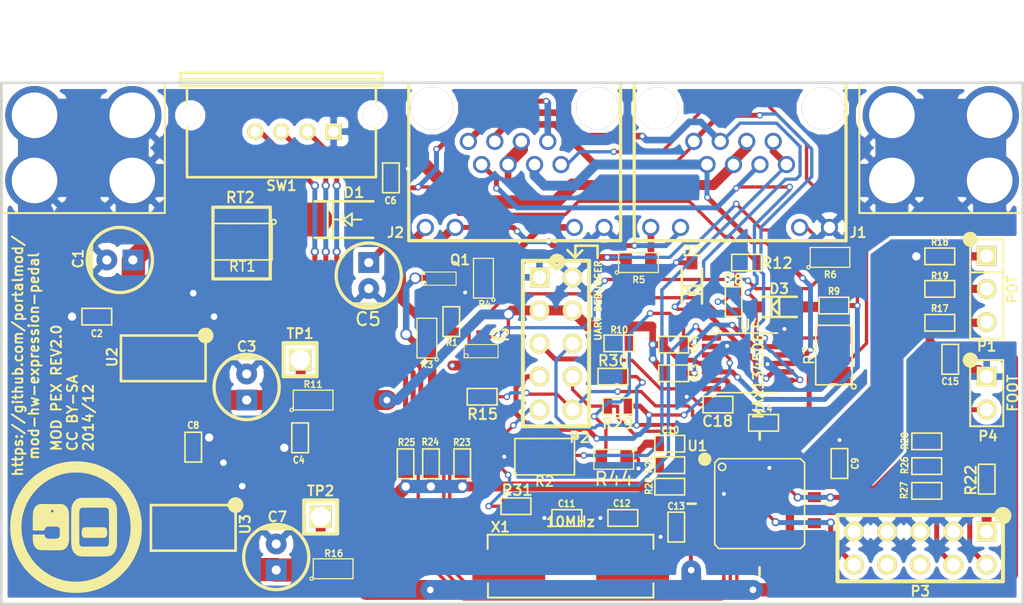
<source format=kicad_pcb>
(kicad_pcb (version 4) (host pcbnew "(2014-jul-16 BZR unknown)-product")
  (layers (0 F.Cu signal) (31 B.Cu signal) (34 B.Paste user) (35 F.Paste user) (36 B.SilkS user) (37 F.SilkS user) (38 B.Mask user) (39 F.Mask user) (44 Edge.Cuts user))
  (net 0 "")
  (net 1 +3.3V)
  (net 2 +5V)
  (net 3 +9V)
  (net 4 DGND)
  (net 5 FOOT)
  (net 6 LED1)
  (net 7 N-0000078)
  (net 8 N-0000079)
  (net 9 POT)
  (net 10 RESET)
  (net 11 RX_CHAIN)
  (net 12 SW1)
  (net 13 SW2)
  (net 14 SW3)
  (net 15 SWDCLK)
  (net 16 SWDIO)
  (net 17 VCC)
  (net 18 "Net-(C3-Pad1)")
  (net 19 "Net-(C7-Pad1)")
  (net 20 "Net-(C11-Pad2)")
  (net 21 "Net-(C12-Pad2)")
  (net 22 "Net-(D1-Pad2)")
  (net 23 "Net-(J1-Pad9)")
  (net 24 "Net-(J1-Pad10)")
  (net 25 "Net-(J1-Pad11)")
  (net 26 "Net-(J2-Pad9)")
  (net 27 "Net-(J2-Pad11)")
  (net 28 "Net-(P1-Pad1)")
  (net 29 "Net-(P1-Pad2)")
  (net 30 "Net-(P1-Pad3)")
  (net 31 "Net-(P3-Pad1)")
  (net 32 "Net-(P3-Pad2)")
  (net 33 "Net-(P3-Pad4)")
  (net 34 "Net-(P3-Pad6)")
  (net 35 "Net-(P3-Pad8)")
  (net 36 "Net-(R20-Pad2)")
  (net 37 "Net-(U1-Pad25)")
  (net 38 "Net-(U1-Pad1)")
  (net 39 "Net-(U1-Pad2)")
  (net 40 "Net-(U1-Pad9)")
  (net 41 "Net-(U1-Pad10)")
  (net 42 "Net-(U1-Pad11)")
  (net 43 "Net-(U1-Pad12)")
  (net 44 "Net-(U1-Pad16)")
  (net 45 "Net-(U1-Pad17)")
  (net 46 "Net-(U1-Pad18)")
  (net 47 "Net-(U1-Pad19)")
  (net 48 "Net-(U1-Pad20)")
  (net 49 "Net-(U1-Pad21)")
  (net 50 "Net-(U1-Pad22)")
  (net 51 "Net-(U1-Pad23)")
  (net 52 "Net-(U1-Pad24)")
  (net 53 "Net-(U1-Pad26)")
  (net 54 "Net-(U1-Pad27)")
  (net 55 "Net-(U1-Pad28)")
  (net 56 "Net-(U1-Pad30)")
  (net 57 "Net-(U1-Pad31)")
  (net 58 "Net-(U1-Pad32)")
  (net 59 "Net-(U1-Pad34)")
  (net 60 "Net-(U1-Pad36)")
  (net 61 "Net-(U1-Pad37)")
  (net 62 "Net-(U1-Pad38)")
  (net 63 "Net-(U1-Pad40)")
  (net 64 "Net-(U1-Pad42)")
  (net 65 "Net-(U1-Pad43)")
  (net 66 TX_CHAIN)
  (net 67 "Net-(P2-Pad6)")
  (net 68 "Net-(P2-Pad8)")
  (net 69 "Net-(C5-Pad1)")
  (net 70 "Net-(C18-Pad1)")
  (net 71 RS485_RX+)
  (net 72 RS485_RX-)
  (net 73 "Net-(J1-Pad7)")
  (net 74 RS485_TX-)
  (net 75 RS485_TX+)
  (net 76 "Net-(J2-Pad8)")
  (net 77 "Net-(Q1-Pad1)")
  (net 78 RTERM_CHAIN)
  (net 79 "Net-(Q2-Pad1)")
  (net 80 LED5)
  (net 81 "Net-(R12-Pad2)")
  (net 82 "Net-(R14-Pad2)")
  (net 83 ENABLE_CHAIN)
  (net 84 "Net-(P2-Pad10)")
  (module MOD_Footprints_Lib:CAP_RAD_5MM (layer F.Cu) (at 72.6 77.1 270)
    (fp_text reference C1 (at -0.1 3.2 270) (layer F.SilkS) (effects (font (size 0.762 0.762) (thickness 0.1524))))
    (fp_text value 100uF hide)
    (pad 2 thru_hole circle (at 0 1 90) (size 1.6 1.6) (drill 0.7) (layers *.Cu *.Mask) (net 4 DGND))
    (pad 1 thru_hole rect (at 0 -1 90) (size 1.6 1.6) (drill 0.7) (layers *.Cu *.Mask) (net 3 +9V))
  )
  (module MOD_Footprints_Lib:SM0603 (layer F.Cu) (at 70.83016 81.4508 180)
    (fp_text reference C2 (at 0 -1.3 180) (layer F.SilkS) (effects (font (size 0.508 0.4572) (thickness 0.1143))))
    (fp_text value 100nF_X7R hide)
    (pad 1 smd rect (at -0.762 0 180) (size 0.635 1.143) (layers F.Cu F.Paste F.Mask) (net 3 +9V))
    (pad 2 smd rect (at 0.762 0 180) (size 0.635 1.143) (layers F.Cu F.Paste F.Mask) (net 4 DGND))
  )
  (module MOD_Footprints_Lib:CAP_RAD_5MM (layer F.Cu) (at 82.33016 86.8508 180)
    (fp_text reference C3 (at 0 3.1 180) (layer F.SilkS) (effects (font (size 0.762 0.762) (thickness 0.1524))))
    (fp_text value 100uF hide)
    (pad 2 thru_hole circle (at 0 1) (size 1.6 1.6) (drill 0.7) (layers *.Cu *.Mask) (net 4 DGND))
    (pad 1 thru_hole rect (at 0 -1) (size 1.6 1.6) (drill 0.7) (layers *.Cu *.Mask) (net 18 "Net-(C3-Pad1)"))
  )
  (module MOD_Footprints_Lib:SM0603 (layer F.Cu) (at 86.43016 90.7508 270)
    (fp_text reference C4 (at 1.7 0.1 360) (layer F.SilkS) (effects (font (size 0.508 0.4572) (thickness 0.1143))))
    (fp_text value 100nF_X7R hide)
    (pad 1 smd rect (at -0.762 0 270) (size 0.635 1.143) (layers F.Cu F.Paste F.Mask) (net 18 "Net-(C3-Pad1)"))
    (pad 2 smd rect (at 0.762 0 270) (size 0.635 1.143) (layers F.Cu F.Paste F.Mask) (net 4 DGND))
  )
  (module MOD_Footprints_Lib:SM0603 (layer F.Cu) (at 93.4 70.8 90)
    (fp_text reference C6 (at -1.7424 -0.0296 180) (layer F.SilkS) (effects (font (size 0.508 0.4572) (thickness 0.1143))))
    (fp_text value 100nF_X7R hide)
    (pad 1 smd rect (at -0.762 0 90) (size 0.635 1.143) (layers F.Cu F.Paste F.Mask) (net 69 "Net-(C5-Pad1)"))
    (pad 2 smd rect (at 0.762 0 90) (size 0.635 1.143) (layers F.Cu F.Paste F.Mask) (net 4 DGND))
  )
  (module MOD_Footprints_Lib:CAP_RAD_5MM (layer F.Cu) (at 84.6 99.9 180)
    (fp_text reference C7 (at -0.08636 3.0861 180) (layer F.SilkS) (effects (font (size 0.762 0.762) (thickness 0.1524))))
    (fp_text value 100uF hide)
    (pad 2 thru_hole circle (at 0 1) (size 1.6 1.6) (drill 0.7) (layers *.Cu *.Mask) (net 4 DGND))
    (pad 1 thru_hole rect (at 0 -1) (size 1.6 1.6) (drill 0.7) (layers *.Cu *.Mask) (net 19 "Net-(C7-Pad1)"))
  )
  (module MOD_Footprints_Lib:SM0603 (layer F.Cu) (at 78.232 91.4654 90)
    (fp_text reference C8 (at 1.6764 0 180) (layer F.SilkS) (effects (font (size 0.508 0.4572) (thickness 0.1143))))
    (fp_text value 100nF_X7R hide)
    (pad 1 smd rect (at -0.762 0 90) (size 0.635 1.143) (layers F.Cu F.Paste F.Mask) (net 19 "Net-(C7-Pad1)"))
    (pad 2 smd rect (at 0.762 0 90) (size 0.635 1.143) (layers F.Cu F.Paste F.Mask) (net 4 DGND))
  )
  (module MOD_Footprints_Lib:SM0603 (layer F.Cu) (at 127.8248 92.7226 90)
    (fp_text reference C9 (at 0 1.2 90) (layer F.SilkS) (effects (font (size 0.508 0.4572) (thickness 0.1143))))
    (fp_text value 100nF_X7R hide)
    (pad 1 smd rect (at -0.762 0 90) (size 0.635 1.143) (layers F.Cu F.Paste F.Mask) (net 9 POT))
    (pad 2 smd rect (at 0.762 0 90) (size 0.635 1.143) (layers F.Cu F.Paste F.Mask) (net 4 DGND))
  )
  (module MOD_Footprints_Lib:SM0603 (layer F.Cu) (at 114.8 91.2 180)
    (fp_text reference C10 (at -0.05 1.05 180) (layer F.SilkS) (effects (font (size 0.508 0.4572) (thickness 0.1143))))
    (fp_text value 100nF_X7R hide)
    (pad 1 smd rect (at -0.762 0 180) (size 0.635 1.143) (layers F.Cu F.Paste F.Mask) (net 10 RESET))
    (pad 2 smd rect (at 0.762 0 180) (size 0.635 1.143) (layers F.Cu F.Paste F.Mask) (net 4 DGND))
  )
  (module MOD_Footprints_Lib:SM0603 (layer F.Cu) (at 106.9 96.9)
    (fp_text reference C11 (at -0.0168 -1.0912) (layer F.SilkS) (effects (font (size 0.508 0.4572) (thickness 0.1143))))
    (fp_text value 18pF_NP0 hide)
    (pad 1 smd rect (at -0.762 0) (size 0.635 1.143) (layers F.Cu F.Paste F.Mask) (net 4 DGND))
    (pad 2 smd rect (at 0.762 0) (size 0.635 1.143) (layers F.Cu F.Paste F.Mask) (net 20 "Net-(C11-Pad2)"))
  )
  (module MOD_Footprints_Lib:SM0603 (layer F.Cu) (at 111.2 96.9)
    (fp_text reference C12 (at -0.075 -1.1166) (layer F.SilkS) (effects (font (size 0.508 0.4572) (thickness 0.1143))))
    (fp_text value 18pF_NP0 hide)
    (pad 1 smd rect (at -0.762 0) (size 0.635 1.143) (layers F.Cu F.Paste F.Mask) (net 4 DGND))
    (pad 2 smd rect (at 0.762 0) (size 0.635 1.143) (layers F.Cu F.Paste F.Mask) (net 21 "Net-(C12-Pad2)"))
  )
  (module MOD_Footprints_Lib:SM0603 (layer F.Cu) (at 115.3 97.6 270)
    (fp_text reference C13 (at -1.6 0 360) (layer F.SilkS) (effects (font (size 0.508 0.4572) (thickness 0.1143))))
    (fp_text value 100nF_X7R hide)
    (pad 1 smd rect (at -0.762 0 270) (size 0.635 1.143) (layers F.Cu F.Paste F.Mask) (net 1 +3.3V))
    (pad 2 smd rect (at 0.762 0 270) (size 0.635 1.143) (layers F.Cu F.Paste F.Mask) (net 4 DGND))
  )
  (module MOD_Footprints_Lib:SM0603 (layer F.Cu) (at 122 89.6)
    (fp_text reference C14 (at 0.00128 -1.081 180) (layer F.SilkS) (effects (font (size 0.508 0.4572) (thickness 0.1143))))
    (fp_text value 100nF_X7R hide)
    (pad 1 smd rect (at -0.762 0) (size 0.635 1.143) (layers F.Cu F.Paste F.Mask) (net 1 +3.3V))
    (pad 2 smd rect (at 0.762 0) (size 0.635 1.143) (layers F.Cu F.Paste F.Mask) (net 4 DGND))
  )
  (module MOD_Footprints_Lib:SM0603 (layer F.Cu) (at 136.3248 84.7226 270)
    (fp_text reference C15 (at 1.7 0 360) (layer F.SilkS) (effects (font (size 0.508 0.4572) (thickness 0.1143))))
    (fp_text value 100nF_X7R hide)
    (pad 1 smd rect (at -0.762 0 270) (size 0.635 1.143) (layers F.Cu F.Paste F.Mask) (net 1 +3.3V))
    (pad 2 smd rect (at 0.762 0 270) (size 0.635 1.143) (layers F.Cu F.Paste F.Mask) (net 4 DGND))
  )
  (module MOD_Footprints_Lib:CONN_PANNEL (layer F.Cu) (at 135.6 68.5)
    (fp_text reference CN1 hide)
    (fp_text value CONN_PANNEL_2X2 hide)
    (pad 1 thru_hole circle (at 3.75 2.5 180) (size 4.5 4.5) (drill 3.5) (layers *.Cu *.Mask) (net 4 DGND))
    (pad 1 thru_hole circle (at -3.75 2.5 180) (size 4.5 4.5) (drill 3.5) (layers *.Cu *.Mask) (net 4 DGND))
    (pad 1 thru_hole circle (at 3.75 -2.5 180) (size 4.5 4.5) (drill 3.5) (layers *.Cu *.Mask) (net 4 DGND))
    (pad 1 thru_hole circle (at -3.75 -2.5 180) (size 4.5 4.5) (drill 3.5) (layers *.Cu *.Mask) (net 4 DGND))
  )
  (module MOD_Footprints_Lib:CONN_PANNEL (layer F.Cu) (at 69.8 68.5)
    (fp_text reference CN2 hide)
    (fp_text value CONN_PANNEL_2X2 hide)
    (pad 1 thru_hole circle (at 3.75 2.5 180) (size 4.5 4.5) (drill 3.5) (layers *.Cu *.Mask) (net 4 DGND))
    (pad 1 thru_hole circle (at -3.75 2.5 180) (size 4.5 4.5) (drill 3.5) (layers *.Cu *.Mask) (net 4 DGND))
    (pad 1 thru_hole circle (at 3.75 -2.5 180) (size 4.5 4.5) (drill 3.5) (layers *.Cu *.Mask) (net 4 DGND))
    (pad 1 thru_hole circle (at -3.75 -2.5 180) (size 4.5 4.5) (drill 3.5) (layers *.Cu *.Mask) (net 4 DGND))
  )
  (module "MOD_Footprints_Lib:DO-214AC(SMA)" (layer F.Cu) (at 89.8 74 180)
    (fp_text reference D1 (at -0.751 2.0672 180) (layer F.SilkS) (effects (font (size 0.762 0.8382) (thickness 0.1524))))
    (fp_text value CGRA4007-G hide)
    (pad 1 smd rect (at -2.25 0 180) (size 1.5 2.6) (layers F.Cu F.Paste F.Mask) (net 17 VCC))
    (pad 2 smd rect (at 2.25 0 180) (size 1.5 2.6) (layers F.Cu F.Paste F.Mask) (net 22 "Net-(D1-Pad2)"))
  )
  (module MOD_Footprints_Lib:SOD123 (layer F.Cu) (at 116.5 79.1 90)
    (fp_text reference D2 (at 2.7 0 180) (layer F.SilkS) (effects (font (size 0.762 0.762) (thickness 0.1524))))
    (fp_text value MMSZ5242B hide)
    (pad 2 smd rect (at -1.778 0 90) (size 1.016 0.8509) (layers F.Cu F.Paste F.Mask) (net 71 RS485_RX+))
    (pad 1 smd rect (at 1.778 0 90) (size 1.016 0.8509) (layers F.Cu F.Paste F.Mask) (net 4 DGND))
  )
  (module MOD_Footprints_Lib:SOD123 (layer F.Cu) (at 123.2 80.7)
    (fp_text reference D3 (at -0.00746 -1.39104 180) (layer F.SilkS) (effects (font (size 0.762 0.762) (thickness 0.1524))))
    (fp_text value MMSZ5242B hide)
    (pad 2 smd rect (at -1.778 0) (size 1.016 0.8509) (layers F.Cu F.Paste F.Mask) (net 72 RS485_RX-))
    (pad 1 smd rect (at 1.778 0) (size 1.016 0.8509) (layers F.Cu F.Paste F.Mask) (net 4 DGND))
  )
  (module MOD_Footprints_Lib:RJ45-RJHSE5084 (layer F.Cu) (at 120.2 68 180)
    (fp_text reference J1 (at -9.05 -7 180) (layer F.SilkS) (effects (font (size 0.762 0.762) (thickness 0.1524))))
    (fp_text value RJ45_CHAIN_MAIN hide)
    (pad 9 thru_hole circle (at 6.858 -6.604) (size 1.3208 1.3208) (drill 0.889) (layers *.Cu *.Mask) (net 23 "Net-(J1-Pad9)"))
    (pad 10 thru_hole circle (at 4.572 -6.604) (size 1.3208 1.3208) (drill 0.889) (layers *.Cu *.Mask) (net 24 "Net-(J1-Pad10)"))
    (pad 11 thru_hole circle (at -4.572 -6.604) (size 1.3208 1.3208) (drill 0.889) (layers *.Cu *.Mask) (net 25 "Net-(J1-Pad11)"))
    (pad 12 thru_hole circle (at -6.858 -6.604) (size 1.3208 1.3208) (drill 0.889) (layers *.Cu *.Mask) (net 4 DGND))
    (pad 8 thru_hole circle (at -3.556 -1.778) (size 1.3208 1.3208) (drill 0.889) (layers *.Cu *.Mask) (net 73 "Net-(J1-Pad7)"))
    (pad 6 thru_hole circle (at -1.524 -1.778) (size 1.3208 1.3208) (drill 0.889) (layers *.Cu *.Mask) (net 72 RS485_RX-))
    (pad 4 thru_hole circle (at 0.508 -1.778) (size 1.3208 1.3208) (drill 0.889) (layers *.Cu *.Mask) (net 17 VCC))
    (pad 2 thru_hole circle (at 2.54 -1.778) (size 1.3208 1.3208) (drill 0.889) (layers *.Cu *.Mask) (net 74 RS485_TX-))
    (pad 5 thru_hole circle (at -0.508 0) (size 1.3208 1.3208) (drill 0.889) (layers *.Cu *.Mask) (net 17 VCC))
    (pad 3 thru_hole circle (at 1.524 0) (size 1.3208 1.3208) (drill 0.889) (layers *.Cu *.Mask) (net 71 RS485_RX+))
    (pad 7 thru_hole circle (at -2.54 0) (size 1.3208 1.3208) (drill 0.889) (layers *.Cu *.Mask) (net 73 "Net-(J1-Pad7)"))
    (pad 1 thru_hole circle (at 3.556 0) (size 1.3208 1.3208) (drill 0.889) (layers *.Cu *.Mask) (net 75 RS485_TX+))
    (pad 14 thru_hole circle (at 6.35 2.54) (size 3.2512 3.2512) (drill 3.2512) (layers *.Cu *.Mask))
    (pad 13 thru_hole circle (at -6.35 2.54) (size 3.2512 3.2512) (drill 3.2512) (layers *.Cu *.Mask))
  )
  (module MOD_Footprints_Lib:RJ45-RJHSE5084 (layer F.Cu) (at 102.9 68 180)
    (fp_text reference J2 (at 9.15 -7 180) (layer F.SilkS) (effects (font (size 0.762 0.762) (thickness 0.1524))))
    (fp_text value RJ45_CHAIN_EXTENSION hide)
    (pad 9 thru_hole circle (at 6.858 -6.604) (size 1.3208 1.3208) (drill 0.889) (layers *.Cu *.Mask) (net 26 "Net-(J2-Pad9)"))
    (pad 10 thru_hole circle (at 4.572 -6.604) (size 1.3208 1.3208) (drill 0.889) (layers *.Cu *.Mask) (net 24 "Net-(J1-Pad10)"))
    (pad 11 thru_hole circle (at -4.572 -6.604) (size 1.3208 1.3208) (drill 0.889) (layers *.Cu *.Mask) (net 27 "Net-(J2-Pad11)"))
    (pad 12 thru_hole circle (at -6.858 -6.604) (size 1.3208 1.3208) (drill 0.889) (layers *.Cu *.Mask) (net 4 DGND))
    (pad 8 thru_hole circle (at -3.556 -1.778) (size 1.3208 1.3208) (drill 0.889) (layers *.Cu *.Mask) (net 76 "Net-(J2-Pad8)"))
    (pad 6 thru_hole circle (at -1.524 -1.778) (size 1.3208 1.3208) (drill 0.889) (layers *.Cu *.Mask) (net 74 RS485_TX-))
    (pad 4 thru_hole circle (at 0.508 -1.778) (size 1.3208 1.3208) (drill 0.889) (layers *.Cu *.Mask) (net 17 VCC))
    (pad 2 thru_hole circle (at 2.54 -1.778) (size 1.3208 1.3208) (drill 0.889) (layers *.Cu *.Mask) (net 72 RS485_RX-))
    (pad 5 thru_hole circle (at -0.508 0) (size 1.3208 1.3208) (drill 0.889) (layers *.Cu *.Mask) (net 17 VCC))
    (pad 3 thru_hole circle (at 1.524 0) (size 1.3208 1.3208) (drill 0.889) (layers *.Cu *.Mask) (net 75 RS485_TX+))
    (pad 7 thru_hole circle (at -2.54 0) (size 1.3208 1.3208) (drill 0.889) (layers *.Cu *.Mask) (net 69 "Net-(C5-Pad1)"))
    (pad 1 thru_hole circle (at 3.556 0) (size 1.3208 1.3208) (drill 0.889) (layers *.Cu *.Mask) (net 71 RS485_RX+))
    (pad 14 thru_hole circle (at 6.35 2.54) (size 3.2512 3.2512) (drill 3.2512) (layers *.Cu *.Mask))
    (pad 13 thru_hole circle (at -6.35 2.54) (size 3.2512 3.2512) (drill 3.2512) (layers *.Cu *.Mask))
  )
  (module MOD_Footprints_Lib:PIN_ARRAY_3X1 (layer F.Cu) (at 139.1248 79.3226 270)
    (fp_text reference P1 (at 4.4 0 360) (layer F.SilkS) (effects (font (size 0.762 0.762) (thickness 0.1524))))
    (fp_text value HEADER_3X1 hide)
    (pad 1 thru_hole rect (at -2.54 0 270) (size 1.524 1.524) (drill 1.016) (layers *.Cu *.Mask F.SilkS) (net 28 "Net-(P1-Pad1)"))
    (pad 2 thru_hole circle (at 0 0 270) (size 1.524 1.524) (drill 1.016) (layers *.Cu *.Mask F.SilkS) (net 29 "Net-(P1-Pad2)"))
    (pad 3 thru_hole circle (at 2.54 0 270) (size 1.524 1.524) (drill 1.016) (layers *.Cu *.Mask F.SilkS) (net 30 "Net-(P1-Pad3)"))
  )
  (module MOD_Footprints_Lib:PIN_ARRAY_5x2 (layer F.Cu) (at 134.0248 99.2226 180)
    (fp_text reference P3 (at 0 -3.3 180) (layer F.SilkS) (effects (font (size 0.762 0.762) (thickness 0.1524))))
    (fp_text value HEADER_5X2 hide)
    (pad 1 thru_hole rect (at -5.08 1.27 180) (size 1.524 1.524) (drill 1.016) (layers *.Cu *.Mask F.SilkS) (net 31 "Net-(P3-Pad1)"))
    (pad 2 thru_hole circle (at -5.08 -1.27 180) (size 1.524 1.524) (drill 1.016) (layers *.Cu *.Mask F.SilkS) (net 32 "Net-(P3-Pad2)"))
    (pad 3 thru_hole circle (at -2.54 1.27 180) (size 1.524 1.524) (drill 1.016) (layers *.Cu *.Mask F.SilkS) (net 4 DGND))
    (pad 4 thru_hole circle (at -2.54 -1.27 180) (size 1.524 1.524) (drill 1.016) (layers *.Cu *.Mask F.SilkS) (net 33 "Net-(P3-Pad4)"))
    (pad 5 thru_hole circle (at 0 1.27 180) (size 1.524 1.524) (drill 1.016) (layers *.Cu *.Mask F.SilkS) (net 4 DGND))
    (pad 6 thru_hole circle (at 0 -1.27 180) (size 1.524 1.524) (drill 1.016) (layers *.Cu *.Mask F.SilkS) (net 34 "Net-(P3-Pad6)"))
    (pad 7 thru_hole circle (at 2.54 1.27 180) (size 1.524 1.524) (drill 1.016) (layers *.Cu *.Mask F.SilkS) (net 4 DGND))
    (pad 8 thru_hole circle (at 2.54 -1.27 180) (size 1.524 1.524) (drill 1.016) (layers *.Cu *.Mask F.SilkS) (net 35 "Net-(P3-Pad8)"))
    (pad 9 thru_hole circle (at 5.08 1.27 180) (size 1.524 1.524) (drill 1.016) (layers *.Cu *.Mask F.SilkS) (net 4 DGND))
    (pad 10 thru_hole circle (at 5.08 -1.27 180) (size 1.524 1.524) (drill 1.016) (layers *.Cu *.Mask F.SilkS) (net 10 RESET))
  )
  (module MOD_Footprints_Lib:PIN_ARRAY_2X1 (layer F.Cu) (at 139.1248 87.3226 270)
    (fp_text reference P4 (at 3.3 -0.1 360) (layer F.SilkS) (effects (font (size 0.762 0.762) (thickness 0.1524))))
    (fp_text value HEADER_2X1 hide)
    (pad 1 thru_hole rect (at -1.27 0 270) (size 1.524 1.524) (drill 1.016) (layers *.Cu *.Mask F.SilkS) (net 4 DGND))
    (pad 2 thru_hole circle (at 1.27 0 270) (size 1.524 1.524) (drill 1.016) (layers *.Cu *.Mask F.SilkS) (net 5 FOOT))
  )
  (module MOD_Footprints_Lib:SOT23 (layer F.Cu) (at 97.135 78.534)
    (fp_text reference Q1 (at 1.565 -1.434) (layer F.SilkS) (effects (font (size 0.762 0.762) (thickness 0.1524))))
    (fp_text value MMBT3904 hide)
    (pad 3 smd rect (at 0 -1.09982) (size 0.8001 1.00076) (layers F.Cu F.Paste F.Mask) (net 24 "Net-(J1-Pad10)"))
    (pad 2 smd rect (at 0.9525 1.09982) (size 0.8001 1.00076) (layers F.Cu F.Paste F.Mask) (net 4 DGND))
    (pad 1 smd rect (at -0.9525 1.09982) (size 0.8001 1.00076) (layers F.Cu F.Paste F.Mask) (net 77 "Net-(Q1-Pad1)"))
  )
  (module MOD_Footprints_Lib:SOT23 (layer F.Cu) (at 100.3554 84.0994)
    (fp_text reference Q2 (at 1.4351 -1.2446) (layer F.SilkS) (effects (font (size 0.762 0.762) (thickness 0.1524))))
    (fp_text value MMBT3906 hide)
    (pad 3 smd rect (at 0 -1.09982) (size 0.8001 1.00076) (layers F.Cu F.Paste F.Mask) (net 78 RTERM_CHAIN))
    (pad 2 smd rect (at 0.9525 1.09982) (size 0.8001 1.00076) (layers F.Cu F.Paste F.Mask) (net 2 +5V))
    (pad 1 smd rect (at -0.9525 1.09982) (size 0.8001 1.00076) (layers F.Cu F.Paste F.Mask) (net 79 "Net-(Q2-Pad1)"))
  )
  (module MOD_Footprints_Lib:SM0603 (layer F.Cu) (at 98.035 81.834 90)
    (fp_text reference R1 (at -1.59738 0.04964 360) (layer F.SilkS) (effects (font (size 0.508 0.4572) (thickness 0.1143))))
    (fp_text value 1k hide)
    (pad 1 smd rect (at -0.762 0 90) (size 0.635 1.143) (layers F.Cu F.Paste F.Mask) (net 80 LED5))
    (pad 2 smd rect (at 0.762 0 90) (size 0.635 1.143) (layers F.Cu F.Paste F.Mask) (net 77 "Net-(Q1-Pad1)"))
  )
  (module MOD_Footprints_Lib:SM0805 (layer F.Cu) (at 96.16186 83.0961 90)
    (fp_text reference R3 (at -2.032 0 180) (layer F.SilkS) (effects (font (size 0.50038 0.50038) (thickness 0.10922))))
    (fp_text value 470R hide)
    (pad 1 smd rect (at -0.9525 0 90) (size 0.889 1.397) (layers F.Cu F.Paste F.Mask) (net 1 +3.3V))
    (pad 2 smd rect (at 0.9525 0 90) (size 0.889 1.397) (layers F.Cu F.Paste F.Mask) (net 26 "Net-(J2-Pad9)"))
  )
  (module MOD_Footprints_Lib:SM0805 (layer F.Cu) (at 100.5 78.5 90)
    (fp_text reference R4 (at -2 0.1 180) (layer F.SilkS) (effects (font (size 0.50038 0.50038) (thickness 0.10922))))
    (fp_text value 470R hide)
    (pad 1 smd rect (at -0.9525 0 90) (size 0.889 1.397) (layers F.Cu F.Paste F.Mask) (net 1 +3.3V))
    (pad 2 smd rect (at 0.9525 0 90) (size 0.889 1.397) (layers F.Cu F.Paste F.Mask) (net 27 "Net-(J2-Pad11)"))
  )
  (module MOD_Footprints_Lib:SM0805 (layer F.Cu) (at 112.4 77.3)
    (fp_text reference R5 (at 0.0248 1.3226) (layer F.SilkS) (effects (font (size 0.50038 0.50038) (thickness 0.10922))))
    (fp_text value 470R hide)
    (pad 1 smd rect (at -0.9525 0) (size 0.889 1.397) (layers F.Cu F.Paste F.Mask) (net 1 +3.3V))
    (pad 2 smd rect (at 0.9525 0) (size 0.889 1.397) (layers F.Cu F.Paste F.Mask) (net 23 "Net-(J1-Pad9)"))
  )
  (module MOD_Footprints_Lib:SM0805 (layer F.Cu) (at 127.1 76.9)
    (fp_text reference R6 (at 0.0254 1.3208) (layer F.SilkS) (effects (font (size 0.50038 0.50038) (thickness 0.10922))))
    (fp_text value 470R hide)
    (pad 1 smd rect (at -0.9525 0) (size 0.889 1.397) (layers F.Cu F.Paste F.Mask) (net 1 +3.3V))
    (pad 2 smd rect (at 0.9525 0) (size 0.889 1.397) (layers F.Cu F.Paste F.Mask) (net 25 "Net-(J1-Pad11)"))
  )
  (module MOD_Footprints_Lib:SM0603 (layer F.Cu) (at 127.4 80.6 180)
    (fp_text reference R9 (at 0 1.1 180) (layer F.SilkS) (effects (font (size 0.508 0.4572) (thickness 0.1143))))
    (fp_text value 10k hide)
    (pad 1 smd rect (at -0.762 0 180) (size 0.635 1.143) (layers F.Cu F.Paste F.Mask) (net 78 RTERM_CHAIN))
    (pad 2 smd rect (at 0.762 0 180) (size 0.635 1.143) (layers F.Cu F.Paste F.Mask) (net 4 DGND))
  )
  (module MOD_Footprints_Lib:SM0603 (layer F.Cu) (at 110.9 83.5 180)
    (fp_text reference R10 (at -0.02434 1.03636 180) (layer F.SilkS) (effects (font (size 0.508 0.4572) (thickness 0.1143))))
    (fp_text value 10k hide)
    (pad 1 smd rect (at -0.762 0 180) (size 0.635 1.143) (layers F.Cu F.Paste F.Mask) (net 2 +5V))
    (pad 2 smd rect (at 0.762 0 180) (size 0.635 1.143) (layers F.Cu F.Paste F.Mask) (net 11 RX_CHAIN))
  )
  (module MOD_Footprints_Lib:SM0805 (layer F.Cu) (at 87.43016 87.8508)
    (fp_text reference R11 (at 0 -1.2) (layer F.SilkS) (effects (font (size 0.50038 0.50038) (thickness 0.10922))))
    (fp_text value 0R hide)
    (pad 1 smd rect (at -0.9525 0) (size 0.889 1.397) (layers F.Cu F.Paste F.Mask) (net 18 "Net-(C3-Pad1)"))
    (pad 2 smd rect (at 0.9525 0) (size 0.889 1.397) (layers F.Cu F.Paste F.Mask) (net 2 +5V))
  )
  (module MOD_Footprints_Lib:SM0603 (layer F.Cu) (at 115.1 85.8)
    (fp_text reference R13 (at 1.6638 -0.0576 90) (layer F.SilkS) (effects (font (size 0.508 0.4572) (thickness 0.1143))))
    (fp_text value 10k hide)
    (pad 1 smd rect (at -0.762 0) (size 0.635 1.143) (layers F.Cu F.Paste F.Mask) (net 2 +5V))
    (pad 2 smd rect (at 0.762 0) (size 0.635 1.143) (layers F.Cu F.Paste F.Mask) (net 81 "Net-(R12-Pad2)"))
  )
  (module MOD_Footprints_Lib:SM0603 (layer F.Cu) (at 115.1 83.6)
    (fp_text reference R14 (at 1.6384 -0.0166 90) (layer F.SilkS) (effects (font (size 0.508 0.4572) (thickness 0.1143))))
    (fp_text value 10k hide)
    (pad 1 smd rect (at -0.762 0) (size 0.635 1.143) (layers F.Cu F.Paste F.Mask) (net 2 +5V))
    (pad 2 smd rect (at 0.762 0) (size 0.635 1.143) (layers F.Cu F.Paste F.Mask) (net 82 "Net-(R14-Pad2)"))
  )
  (module MOD_Footprints_Lib:SM0805 (layer F.Cu) (at 88.968 100.8)
    (fp_text reference R16 (at 0.05 -1.175) (layer F.SilkS) (effects (font (size 0.50038 0.50038) (thickness 0.10922))))
    (fp_text value 0R hide)
    (pad 1 smd rect (at -0.9525 0) (size 0.889 1.397) (layers F.Cu F.Paste F.Mask) (net 19 "Net-(C7-Pad1)"))
    (pad 2 smd rect (at 0.9525 0) (size 0.889 1.397) (layers F.Cu F.Paste F.Mask) (net 1 +3.3V))
  )
  (module MOD_Footprints_Lib:SM0603 (layer F.Cu) (at 135.5248 81.9226 180)
    (fp_text reference R17 (at 0 1.1 180) (layer F.SilkS) (effects (font (size 0.508 0.4572) (thickness 0.1143))))
    (fp_text value 100R hide)
    (pad 1 smd rect (at -0.762 0 180) (size 0.635 1.143) (layers F.Cu F.Paste F.Mask) (net 30 "Net-(P1-Pad3)"))
    (pad 2 smd rect (at 0.762 0 180) (size 0.635 1.143) (layers F.Cu F.Paste F.Mask) (net 1 +3.3V))
  )
  (module MOD_Footprints_Lib:SM0603 (layer F.Cu) (at 135.5248 76.8226 180)
    (fp_text reference R18 (at 0 1.1 180) (layer F.SilkS) (effects (font (size 0.508 0.4572) (thickness 0.1143))))
    (fp_text value 100R hide)
    (pad 1 smd rect (at -0.762 0 180) (size 0.635 1.143) (layers F.Cu F.Paste F.Mask) (net 28 "Net-(P1-Pad1)"))
    (pad 2 smd rect (at 0.762 0 180) (size 0.635 1.143) (layers F.Cu F.Paste F.Mask) (net 4 DGND))
  )
  (module MOD_Footprints_Lib:SM0603 (layer F.Cu) (at 135.5248 79.3226 180)
    (fp_text reference R19 (at 0 1 180) (layer F.SilkS) (effects (font (size 0.508 0.4572) (thickness 0.1143))))
    (fp_text value 100R hide)
    (pad 1 smd rect (at -0.762 0 180) (size 0.635 1.143) (layers F.Cu F.Paste F.Mask) (net 29 "Net-(P1-Pad2)"))
    (pad 2 smd rect (at 0.762 0 180) (size 0.635 1.143) (layers F.Cu F.Paste F.Mask) (net 9 POT))
  )
  (module MOD_Footprints_Lib:SM0603 (layer F.Cu) (at 114.8 94.5)
    (fp_text reference R20 (at -1.6 -0.05 90) (layer F.SilkS) (effects (font (size 0.508 0.4572) (thickness 0.1143))))
    (fp_text value 10k hide)
    (pad 1 smd rect (at -0.762 0) (size 0.635 1.143) (layers F.Cu F.Paste F.Mask) (net 1 +3.3V))
    (pad 2 smd rect (at 0.762 0) (size 0.635 1.143) (layers F.Cu F.Paste F.Mask) (net 36 "Net-(R20-Pad2)"))
  )
  (module MOD_Footprints_Lib:SM0603 (layer F.Cu) (at 114.8 92.85)
    (fp_text reference R21 (at -1.6 -0.05 90) (layer F.SilkS) (effects (font (size 0.508 0.4572) (thickness 0.1143))))
    (fp_text value 10k hide)
    (pad 1 smd rect (at -0.762 0) (size 0.635 1.143) (layers F.Cu F.Paste F.Mask) (net 1 +3.3V))
    (pad 2 smd rect (at 0.762 0) (size 0.635 1.143) (layers F.Cu F.Paste F.Mask) (net 10 RESET))
  )
  (module MOD_Footprints_Lib:SM0603 (layer F.Cu) (at 98.875 92.7472 90)
    (fp_text reference R23 (at 1.65 -0.025 180) (layer F.SilkS) (effects (font (size 0.508 0.4572) (thickness 0.1143))))
    (fp_text value 10k hide)
    (pad 1 smd rect (at -0.762 0 90) (size 0.635 1.143) (layers F.Cu F.Paste F.Mask) (net 1 +3.3V))
    (pad 2 smd rect (at 0.762 0 90) (size 0.635 1.143) (layers F.Cu F.Paste F.Mask) (net 12 SW1))
  )
  (module MOD_Footprints_Lib:SM0603 (layer F.Cu) (at 96.475 92.7472 90)
    (fp_text reference R24 (at 1.675 -0.05 180) (layer F.SilkS) (effects (font (size 0.508 0.4572) (thickness 0.1143))))
    (fp_text value 10k hide)
    (pad 1 smd rect (at -0.762 0 90) (size 0.635 1.143) (layers F.Cu F.Paste F.Mask) (net 1 +3.3V))
    (pad 2 smd rect (at 0.762 0 90) (size 0.635 1.143) (layers F.Cu F.Paste F.Mask) (net 13 SW2))
  )
  (module MOD_Footprints_Lib:SM0603 (layer F.Cu) (at 94.525 92.7472 90)
    (fp_text reference R25 (at 1.65 0.075 180) (layer F.SilkS) (effects (font (size 0.508 0.4572) (thickness 0.1143))))
    (fp_text value 10k hide)
    (pad 1 smd rect (at -0.762 0 90) (size 0.635 1.143) (layers F.Cu F.Paste F.Mask) (net 1 +3.3V))
    (pad 2 smd rect (at 0.762 0 90) (size 0.635 1.143) (layers F.Cu F.Paste F.Mask) (net 14 SW3))
  )
  (module MOD_Footprints_Lib:SM0603 (layer F.Cu) (at 134.5248 92.9226)
    (fp_text reference R26 (at -1.6955 -0.06528 90) (layer F.SilkS) (effects (font (size 0.508 0.4572) (thickness 0.1143))))
    (fp_text value 100R hide)
    (pad 1 smd rect (at -0.762 0) (size 0.635 1.143) (layers F.Cu F.Paste F.Mask) (net 16 SWDIO))
    (pad 2 smd rect (at 0.762 0) (size 0.635 1.143) (layers F.Cu F.Paste F.Mask) (net 32 "Net-(P3-Pad2)"))
  )
  (module MOD_Footprints_Lib:SM0603 (layer F.Cu) (at 134.5248 94.8226)
    (fp_text reference R27 (at -1.74122 -0.04504 90) (layer F.SilkS) (effects (font (size 0.508 0.4572) (thickness 0.1143))))
    (fp_text value 100R hide)
    (pad 1 smd rect (at -0.762 0) (size 0.635 1.143) (layers F.Cu F.Paste F.Mask) (net 15 SWDCLK))
    (pad 2 smd rect (at 0.762 0) (size 0.635 1.143) (layers F.Cu F.Paste F.Mask) (net 33 "Net-(P3-Pad4)"))
  )
  (module MOD_Footprints_Lib:SM0603 (layer F.Cu) (at 134.5248 91.0226 180)
    (fp_text reference R28 (at 1.68534 0.0398 270) (layer F.SilkS) (effects (font (size 0.508 0.4572) (thickness 0.1143))))
    (fp_text value 10k hide)
    (pad 1 smd rect (at -0.762 0 180) (size 0.635 1.143) (layers F.Cu F.Paste F.Mask) (net 1 +3.3V))
    (pad 2 smd rect (at 0.762 0 180) (size 0.635 1.143) (layers F.Cu F.Paste F.Mask) (net 5 FOOT))
  )
  (module MOD_Footprints_Lib:SWITCH_HH_SK-13D26-G-6_5-K-GY (layer F.Cu) (at 85 66 180)
    (fp_text reference SW1 (at 0 -5.4 180) (layer F.SilkS) (effects (font (size 0.762 0.762) (thickness 0.1524))))
    (fp_text value SWITCH_HH hide)
    (pad 1 thru_hole rect (at -4 -1.25 180) (size 1.25 1.25) (drill 0.8) (layers *.Cu *.Mask F.SilkS) (net 4 DGND))
    (pad 3 thru_hole circle (at 0 -1.25 180) (size 1.25 1.25) (drill 0.8) (layers *.Cu *.Mask F.SilkS) (net 13 SW2))
    (pad 4 thru_hole circle (at 2 -1.25 180) (size 1.25 1.25) (drill 0.8) (layers *.Cu *.Mask F.SilkS) (net 14 SW3))
    (pad "" thru_hole circle (at -7 0 180) (size 1.55 1.55) (drill 1.55) (layers *.Cu *.Mask F.SilkS))
    (pad "" thru_hole circle (at 7 0 180) (size 1.55 1.55) (drill 1.55) (layers *.Cu *.Mask F.SilkS))
    (pad 2 thru_hole circle (at -2 -1.25 180) (size 1.25 1.25) (drill 0.8) (layers *.Cu *.Mask F.SilkS) (net 12 SW1))
  )
  (module MOD_Footprints_Lib:SIL-1 (layer F.Cu) (at 86.43016 84.7508)
    (fp_text reference TP1 (at 0 -2) (layer F.SilkS) (effects (font (size 0.762 0.762) (thickness 0.1524))))
    (fp_text value CONN_1 hide)
    (pad 1 thru_hole rect (at 0 0) (size 1.7 1.7) (drill 1.5) (layers *.Cu *.Mask F.SilkS) (net 18 "Net-(C3-Pad1)"))
  )
  (module MOD_Footprints_Lib:SIL-1 (layer F.Cu) (at 88.011 96.8248)
    (fp_text reference TP2 (at 0 -2) (layer F.SilkS) (effects (font (size 0.762 0.762) (thickness 0.1524))))
    (fp_text value CONN_1 hide)
    (pad 1 thru_hole rect (at 0 0) (size 1.7 1.7) (drill 1.5) (layers *.Cu *.Mask F.SilkS) (net 19 "Net-(C7-Pad1)"))
  )
  (module MOD_Footprints_Lib:LQFP48 (layer F.Cu) (at 121.7 95.8 270)
    (fp_text reference U1 (at -4.42858 4.77872 360) (layer F.SilkS) (effects (font (size 0.762 0.762) (thickness 0.1524))))
    (fp_text value LPC111X_LQFP48 hide)
    (pad 25 smd rect (at 2.75082 -4.20116 180) (size 1.00076 0.26924) (layers F.Cu F.Paste F.Mask) (net 37 "Net-(U1-Pad25)"))
    (pad 1 smd rect (at -2.75082 4.20116 90) (size 0.26924 1.00076) (layers F.Cu F.Paste F.Mask) (net 38 "Net-(U1-Pad1)"))
    (pad 2 smd rect (at -2.25044 4.20116 90) (size 0.26924 1.00076) (layers F.Cu F.Paste F.Mask) (net 39 "Net-(U1-Pad2)"))
    (pad 3 smd rect (at -1.75006 4.20116 90) (size 0.26924 1.00076) (layers F.Cu F.Paste F.Mask) (net 10 RESET))
    (pad 4 smd rect (at -1.24968 4.20116 90) (size 0.26924 1.00076) (layers F.Cu F.Paste F.Mask) (net 36 "Net-(R20-Pad2)"))
    (pad 5 smd rect (at -0.7493 4.20116 90) (size 0.26924 1.00076) (layers F.Cu F.Paste F.Mask) (net 4 DGND))
    (pad 6 smd rect (at -0.24892 4.20116 90) (size 0.26924 1.00076) (layers F.Cu F.Paste F.Mask) (net 20 "Net-(C11-Pad2)"))
    (pad 7 smd rect (at 0.24892 4.20116 90) (size 0.26924 1.00076) (layers F.Cu F.Paste F.Mask) (net 21 "Net-(C12-Pad2)"))
    (pad 8 smd rect (at 0.7493 4.20116 90) (size 0.26924 1.00076) (layers F.Cu F.Paste F.Mask) (net 1 +3.3V))
    (pad 9 smd rect (at 1.24968 4.20116 90) (size 0.26924 1.00076) (layers F.Cu F.Paste F.Mask) (net 40 "Net-(U1-Pad9)"))
    (pad 10 smd rect (at 1.75006 4.20116 90) (size 0.26924 1.00076) (layers F.Cu F.Paste F.Mask) (net 41 "Net-(U1-Pad10)"))
    (pad 11 smd rect (at 2.25044 4.20116 90) (size 0.26924 1.00076) (layers F.Cu F.Paste F.Mask) (net 42 "Net-(U1-Pad11)"))
    (pad 12 smd rect (at 2.75082 4.20116 90) (size 0.26924 1.00076) (layers F.Cu F.Paste F.Mask) (net 43 "Net-(U1-Pad12)"))
    (pad 13 smd rect (at 4.20116 2.75082 180) (size 0.26924 1.00076) (layers F.Cu F.Paste F.Mask) (net 12 SW1))
    (pad 14 smd rect (at 4.20116 2.25044 180) (size 0.26924 1.00076) (layers F.Cu F.Paste F.Mask) (net 13 SW2))
    (pad 15 smd rect (at 4.20116 1.75006 180) (size 0.26924 1.00076) (layers F.Cu F.Paste F.Mask) (net 14 SW3))
    (pad 16 smd rect (at 4.20116 1.26238 180) (size 0.26924 1.00076) (layers F.Cu F.Paste F.Mask) (net 44 "Net-(U1-Pad16)"))
    (pad 17 smd rect (at 4.20116 0.7493 180) (size 0.26924 1.00076) (layers F.Cu F.Paste F.Mask) (net 45 "Net-(U1-Pad17)"))
    (pad 18 smd rect (at 4.20116 0.24892 180) (size 0.26924 1.00076) (layers F.Cu F.Paste F.Mask) (net 46 "Net-(U1-Pad18)"))
    (pad 19 smd rect (at 4.20116 -0.24892 180) (size 0.26924 1.00076) (layers F.Cu F.Paste F.Mask) (net 47 "Net-(U1-Pad19)"))
    (pad 20 smd rect (at 4.20116 -0.7493 180) (size 0.26924 1.00076) (layers F.Cu F.Paste F.Mask) (net 48 "Net-(U1-Pad20)"))
    (pad 21 smd rect (at 4.20116 -1.24968 180) (size 0.26924 1.00076) (layers F.Cu F.Paste F.Mask) (net 49 "Net-(U1-Pad21)"))
    (pad 22 smd rect (at 4.20116 -1.75006 180) (size 0.26924 1.00076) (layers F.Cu F.Paste F.Mask) (net 50 "Net-(U1-Pad22)"))
    (pad 23 smd rect (at 4.20116 -2.25044 180) (size 0.26924 1.00076) (layers F.Cu F.Paste F.Mask) (net 51 "Net-(U1-Pad23)"))
    (pad 24 smd rect (at 4.20116 -2.75082 180) (size 0.26924 1.00076) (layers F.Cu F.Paste F.Mask) (net 52 "Net-(U1-Pad24)"))
    (pad 26 smd rect (at 2.25044 -4.20116 180) (size 1.00076 0.26924) (layers F.Cu F.Paste F.Mask) (net 53 "Net-(U1-Pad26)"))
    (pad 27 smd rect (at 1.75006 -4.20116 180) (size 1.00076 0.26924) (layers F.Cu F.Paste F.Mask) (net 54 "Net-(U1-Pad27)"))
    (pad 28 smd rect (at 1.24968 -4.20116 180) (size 1.00076 0.26924) (layers F.Cu F.Paste F.Mask) (net 55 "Net-(U1-Pad28)"))
    (pad 29 smd rect (at 0.7493 -4.20116 180) (size 1.00076 0.26924) (layers F.Cu F.Paste F.Mask) (net 15 SWDCLK))
    (pad 30 smd rect (at 0.24892 -4.20116 180) (size 1.00076 0.26924) (layers F.Cu F.Paste F.Mask) (net 56 "Net-(U1-Pad30)"))
    (pad 31 smd rect (at -0.24892 -4.20116 180) (size 1.00076 0.26924) (layers F.Cu F.Paste F.Mask) (net 57 "Net-(U1-Pad31)"))
    (pad 32 smd rect (at -0.7493 -4.20116 180) (size 1.00076 0.26924) (layers F.Cu F.Paste F.Mask) (net 58 "Net-(U1-Pad32)"))
    (pad 33 smd rect (at -1.24968 -4.20116 180) (size 1.00076 0.26924) (layers F.Cu F.Paste F.Mask) (net 5 FOOT))
    (pad 34 smd rect (at -1.75006 -4.20116 180) (size 1.00076 0.26924) (layers F.Cu F.Paste F.Mask) (net 59 "Net-(U1-Pad34)"))
    (pad 35 smd rect (at -2.25044 -4.20116 180) (size 1.00076 0.26924) (layers F.Cu F.Paste F.Mask) (net 9 POT))
    (pad 36 smd rect (at -2.75082 -4.20116 180) (size 1.00076 0.26924) (layers F.Cu F.Paste F.Mask) (net 60 "Net-(U1-Pad36)"))
    (pad 37 smd rect (at -4.20116 -2.75082 270) (size 1.00076 0.26924) (layers F.Cu F.Paste F.Mask) (net 61 "Net-(U1-Pad37)"))
    (pad 38 smd rect (at -4.20116 -2.25044 270) (size 1.00076 0.26924) (layers F.Cu F.Paste F.Mask) (net 62 "Net-(U1-Pad38)"))
    (pad 39 smd rect (at -4.20116 -1.75006 270) (size 1.00076 0.26924) (layers F.Cu F.Paste F.Mask) (net 16 SWDIO))
    (pad 40 smd rect (at -4.20116 -1.24968 270) (size 1.00076 0.26924) (layers F.Cu F.Paste F.Mask) (net 63 "Net-(U1-Pad40)"))
    (pad 41 smd rect (at -4.20116 -0.7493 270) (size 1.00076 0.26924) (layers F.Cu F.Paste F.Mask) (net 4 DGND))
    (pad 42 smd rect (at -4.20116 -0.24892 270) (size 1.00076 0.26924) (layers F.Cu F.Paste F.Mask) (net 64 "Net-(U1-Pad42)"))
    (pad 43 smd rect (at -4.20116 0.24892 270) (size 1.00076 0.26924) (layers F.Cu F.Paste F.Mask) (net 65 "Net-(U1-Pad43)"))
    (pad 44 smd rect (at -4.20116 0.7493 270) (size 1.00076 0.26924) (layers F.Cu F.Paste F.Mask) (net 1 +3.3V))
    (pad 45 smd rect (at -4.20116 1.24968 270) (size 1.00076 0.26924) (layers F.Cu F.Paste F.Mask) (net 84 "Net-(P2-Pad10)"))
    (pad 46 smd rect (at -4.20116 1.75006 270) (size 1.00076 0.26924) (layers F.Cu F.Paste F.Mask) (net 67 "Net-(P2-Pad6)"))
    (pad 47 smd rect (at -4.20116 2.25044 270) (size 1.00076 0.26924) (layers F.Cu F.Paste F.Mask) (net 68 "Net-(P2-Pad8)"))
    (pad 48 smd rect (at -4.20116 2.75082 270) (size 1.00076 0.26924) (layers F.Cu F.Paste F.Mask) (net 6 LED1))
  )
  (module MOD_Footprints_Lib:SOT223_3 (layer F.Cu) (at 75.93016 84.6508 180)
    (fp_text reference U2 (at 3.9237 0.0942 270) (layer F.SilkS) (effects (font (size 0.762 0.762) (thickness 0.1524))))
    (fp_text value AP1117E50G hide)
    (pad 4 smd rect (at 0 -3.2 180) (size 3.6 1.9) (layers F.Cu F.Paste F.Mask) (net 18 "Net-(C3-Pad1)"))
    (pad 2 smd rect (at 0 3.2 180) (size 1.2 1.9) (layers F.Cu F.Paste F.Mask) (net 18 "Net-(C3-Pad1)"))
    (pad 3 smd rect (at 2.3 3.2 180) (size 1.2 1.9) (layers F.Cu F.Paste F.Mask) (net 3 +9V))
    (pad 1 smd rect (at -2.3 3.2 180) (size 1.2 1.9) (layers F.Cu F.Paste F.Mask) (net 4 DGND))
  )
  (module MOD_Footprints_Lib:SOT223_3 (layer F.Cu) (at 78.232 97.663 180)
    (fp_text reference U3 (at -3.9878 0.2794 270) (layer F.SilkS) (effects (font (size 0.762 0.762) (thickness 0.1524))))
    (fp_text value AP1117E33G hide)
    (pad 4 smd rect (at 0 -3.2 180) (size 3.6 1.9) (layers F.Cu F.Paste F.Mask) (net 19 "Net-(C7-Pad1)"))
    (pad 2 smd rect (at 0 3.2 180) (size 1.2 1.9) (layers F.Cu F.Paste F.Mask) (net 19 "Net-(C7-Pad1)"))
    (pad 3 smd rect (at 2.3 3.2 180) (size 1.2 1.9) (layers F.Cu F.Paste F.Mask) (net 18 "Net-(C3-Pad1)"))
    (pad 1 smd rect (at -2.3 3.2 180) (size 1.2 1.9) (layers F.Cu F.Paste F.Mask) (net 4 DGND))
  )
  (module MOD_Footprints_Lib:HC_49US (layer F.Cu) (at 107.2 100.6 180)
    (fp_text reference X1 (at 5.4 3 180) (layer F.SilkS) (effects (font (size 0.762 0.762) (thickness 0.1524))))
    (fp_text value 10MHz (at 0.0254 3.4036 180) (layer F.SilkS) (effects (font (size 0.762 0.762) (thickness 0.1524))))
    (pad 1 smd rect (at -4.7498 0 180) (size 5.588 2.1082) (layers F.Cu F.Paste F.Mask) (net 21 "Net-(C12-Pad2)"))
    (pad 2 smd rect (at 4.7498 0 180) (size 5.588 2.1082) (layers F.Cu F.Paste F.Mask) (net 20 "Net-(C11-Pad2)"))
  )
  (module MOD_Footprints_Lib:PIN_ARRAY_5x2 (layer F.Cu) (at 106.0704 83.5152 270)
    (fp_text reference P2 (at 7.19836 -1.80848 360) (layer F.SilkS) (effects (font (size 0.8128 0.8128) (thickness 0.1524))))
    (fp_text value HEADER_5X2 hide)
    (pad 1 thru_hole rect (at -5.08 1.27 270) (size 1.524 1.524) (drill 1.016) (layers *.Cu *.Mask F.SilkS) (net 4 DGND))
    (pad 2 thru_hole circle (at -5.08 -1.27 270) (size 1.524 1.524) (drill 1.016) (layers *.Cu *.Mask F.SilkS) (net 4 DGND))
    (pad 3 thru_hole circle (at -2.54 1.27 270) (size 1.524 1.524) (drill 1.016) (layers *.Cu *.Mask F.SilkS) (net 2 +5V))
    (pad 4 thru_hole circle (at -2.54 -1.27 270) (size 1.524 1.524) (drill 1.016) (layers *.Cu *.Mask F.SilkS) (net 2 +5V))
    (pad 5 thru_hole circle (at 0 1.27 270) (size 1.524 1.524) (drill 1.016) (layers *.Cu *.Mask F.SilkS) (net 11 RX_CHAIN))
    (pad 6 thru_hole circle (at 0 -1.27 270) (size 1.524 1.524) (drill 1.016) (layers *.Cu *.Mask F.SilkS) (net 67 "Net-(P2-Pad6)"))
    (pad 7 thru_hole circle (at 2.54 1.27 270) (size 1.524 1.524) (drill 1.016) (layers *.Cu *.Mask F.SilkS) (net 66 TX_CHAIN))
    (pad 8 thru_hole circle (at 2.54 -1.27 270) (size 1.524 1.524) (drill 1.016) (layers *.Cu *.Mask F.SilkS) (net 68 "Net-(P2-Pad8)"))
    (pad 9 thru_hole circle (at 5.08 1.27 270) (size 1.524 1.524) (drill 1.016) (layers *.Cu *.Mask F.SilkS) (net 83 ENABLE_CHAIN))
    (pad 10 thru_hole circle (at 5.08 -1.27 270) (size 1.524 1.524) (drill 1.016) (layers *.Cu *.Mask F.SilkS) (net 84 "Net-(P2-Pad10)"))
  )
  (module MOD_Footprints_Lib:SM1210 (layer F.Cu) (at 82 75.7 180)
    (fp_text reference RT1 (at 0 -1.9 180) (layer F.SilkS) (effects (font (size 0.762 0.762) (thickness 0.127))))
    (fp_text value PTC_FUSE hide)
    (pad 1 smd rect (at -1.524 0 180) (size 1.27 2.54) (layers F.Cu F.Paste F.Mask) (net 22 "Net-(D1-Pad2)"))
    (pad 2 smd rect (at 1.524 0 180) (size 1.27 2.54) (layers F.Cu F.Paste F.Mask) (net 3 +9V))
  )
  (module MOD_Footprints_Lib:SM2920 (layer F.Cu) (at 81.94294 75.80376 180)
    (fp_text reference RT2 (at 0.1016 3.4925 360) (layer F.SilkS) (effects (font (size 0.8128 0.8128) (thickness 0.1524))))
    (fp_text value PTC_FUSE hide)
    (pad 1 smd rect (at -3.3 0 180) (size 2 5.4) (layers F.Cu F.Paste F.Mask) (net 22 "Net-(D1-Pad2)"))
    (pad 2 smd rect (at 3.3 0 180) (size 2 5.4) (layers F.Cu F.Paste F.Mask) (net 3 +9V))
  )
  (module MOD_Footprints_Lib:CAP_RAD_5MM (layer F.Cu) (at 91.7 78.3)
    (fp_text reference C5 (at -0.05426 3.34576) (layer F.SilkS) (effects (font (size 1.016 1.016) (thickness 0.1524))))
    (fp_text value 100uF hide)
    (pad 2 thru_hole circle (at 0 1 180) (size 1.6 1.6) (drill 0.7) (layers *.Cu *.Mask) (net 4 DGND))
    (pad 1 thru_hole rect (at 0 -1 180) (size 1.6 1.6) (drill 0.7) (layers *.Cu *.Mask) (net 69 "Net-(C5-Pad1)"))
  )
  (module MOD_Footprints_Lib:SM0603 (layer F.Cu) (at 118.5 88.2 180)
    (fp_text reference C18 (at 0.02932 -1.27912 360) (layer F.SilkS) (effects (font (size 0.8128 0.8128) (thickness 0.1524))))
    (fp_text value 100nF_X7R hide)
    (pad 1 smd rect (at -0.762 0 180) (size 0.635 1.143) (layers F.Cu F.Paste F.Mask) (net 70 "Net-(C18-Pad1)"))
    (pad 2 smd rect (at 0.762 0 180) (size 0.635 1.143) (layers F.Cu F.Paste F.Mask) (net 4 DGND))
  )
  (module MOD_Footprints_Lib:SM1210 (layer F.Cu) (at 105.2 92.2 180)
    (fp_text reference R2 (at 0 -1.9 180) (layer F.SilkS) (effects (font (size 0.762 0.762) (thickness 0.127))))
    (fp_text value "100R 0.5W" hide)
    (pad 1 smd rect (at -1.524 0 180) (size 1.27 2.54) (layers F.Cu F.Paste F.Mask) (net 73 "Net-(J1-Pad7)"))
    (pad 2 smd rect (at 1.524 0 180) (size 1.27 2.54) (layers F.Cu F.Paste F.Mask) (net 4 DGND))
  )
  (module MOD_Footprints_Lib:SM1210 (layer F.Cu) (at 127.4 84.4 90)
    (fp_text reference R7 (at 0 -1.9 90) (layer F.SilkS) (effects (font (size 0.762 0.762) (thickness 0.127))))
    (fp_text value "100R 0.5W" hide)
    (pad 1 smd rect (at -1.524 0 90) (size 1.27 2.54) (layers F.Cu F.Paste F.Mask) (net 76 "Net-(J2-Pad8)"))
    (pad 2 smd rect (at 1.524 0 90) (size 1.27 2.54) (layers F.Cu F.Paste F.Mask) (net 4 DGND))
  )
  (module MOD_Footprints_Lib:SM0603 (layer F.Cu) (at 119.7 80.3 270)
    (fp_text reference R8 (at -1.6891 0.0127 360) (layer F.SilkS) (effects (font (size 0.8128 0.8128) (thickness 0.1524))))
    (fp_text value 1k hide)
    (pad 1 smd rect (at -0.762 0 270) (size 0.635 1.143) (layers F.Cu F.Paste F.Mask) (net 81 "Net-(R12-Pad2)"))
    (pad 2 smd rect (at 0.762 0 270) (size 0.635 1.143) (layers F.Cu F.Paste F.Mask) (net 79 "Net-(Q2-Pad1)"))
  )
  (module MOD_Footprints_Lib:SM0603 (layer F.Cu) (at 120.7 77.3 180)
    (fp_text reference R12 (at -2.34268 -0.04808 360) (layer F.SilkS) (effects (font (size 0.8128 0.8128) (thickness 0.1524))))
    (fp_text value 10k hide)
    (pad 1 smd rect (at -0.762 0 180) (size 0.635 1.143) (layers F.Cu F.Paste F.Mask) (net 69 "Net-(C5-Pad1)"))
    (pad 2 smd rect (at 0.762 0 180) (size 0.635 1.143) (layers F.Cu F.Paste F.Mask) (net 81 "Net-(R12-Pad2)"))
  )
  (module MOD_Footprints_Lib:SM0603 (layer F.Cu) (at 103 96)
    (fp_text reference R31 (at 0.08844 -1.2326 180) (layer F.SilkS) (effects (font (size 0.8128 0.8128) (thickness 0.1524))))
    (fp_text value 10k hide)
    (pad 1 smd rect (at -0.762 0) (size 0.635 1.143) (layers F.Cu F.Paste F.Mask) (net 83 ENABLE_CHAIN))
    (pad 2 smd rect (at 0.762 0) (size 0.635 1.143) (layers F.Cu F.Paste F.Mask) (net 4 DGND))
  )
  (module MOD_Footprints_Lib:SM0805 (layer F.Cu) (at 110.5 92.4 180)
    (fp_text reference R44 (at 0 -1.5 180) (layer F.SilkS) (effects (font (size 1.016 1.016) (thickness 0.1524))))
    (fp_text value 0R/NC hide)
    (pad 1 smd rect (at -0.9525 0 180) (size 0.889 1.397) (layers F.Cu F.Paste F.Mask) (net 4 DGND))
    (pad 2 smd rect (at 0.9525 0 180) (size 0.889 1.397) (layers F.Cu F.Paste F.Mask) (net 82 "Net-(R14-Pad2)"))
  )
  (module MOD_Footprints_Lib:TSSOP14 (layer F.Cu) (at 120.8 85 270)
    (fp_text reference U4 (at -2.89196 -0.17512 360) (layer F.SilkS) (effects (font (size 0.8128 0.8128) (thickness 0.1524))))
    (fp_text value MAX13450E (at 1.016 -0.8001 270) (layer F.SilkS) (effects (font (size 0.762 0.762) (thickness 0.1524))))
    (pad 1 smd rect (at -1.91008 2.79908 270) (size 0.4191 1.47066) (layers F.Cu F.Paste F.Mask) (net 83 ENABLE_CHAIN))
    (pad 2 smd rect (at -1.25984 2.79908 270) (size 0.4191 1.47066) (layers F.Cu F.Paste F.Mask) (net 4 DGND))
    (pad 3 smd rect (at -0.6096 2.79908 270) (size 0.4191 1.47066) (layers F.Cu F.Paste F.Mask) (net 66 TX_CHAIN))
    (pad 4 smd rect (at 0.04064 2.79908 270) (size 0.4191 1.47066) (layers F.Cu F.Paste F.Mask) (net 2 +5V))
    (pad 5 smd rect (at 0.69088 2.79908 270) (size 0.4191 1.47066) (layers F.Cu F.Paste F.Mask) (net 78 RTERM_CHAIN))
    (pad 6 smd rect (at 1.34112 2.79908 270) (size 0.4191 1.47066) (layers F.Cu F.Paste F.Mask) (net 70 "Net-(C18-Pad1)"))
    (pad 7 smd rect (at 1.99136 2.79908 270) (size 0.4191 1.47066) (layers F.Cu F.Paste F.Mask) (net 11 RX_CHAIN))
    (pad 8 smd rect (at 1.99136 -2.79908 270) (size 0.4191 1.47066) (layers F.Cu F.Paste F.Mask) (net 71 RS485_RX+))
    (pad 9 smd rect (at 1.34112 -2.79908 270) (size 0.4191 1.47066) (layers F.Cu F.Paste F.Mask) (net 72 RS485_RX-))
    (pad 10 smd rect (at 0.69088 -2.79908 270) (size 0.4191 1.47066) (layers F.Cu F.Paste F.Mask) (net 75 RS485_TX+))
    (pad 11 smd rect (at 0.04064 -2.79908 270) (size 0.4191 1.47066) (layers F.Cu F.Paste F.Mask) (net 4 DGND))
    (pad 12 smd rect (at -0.6096 -2.794 270) (size 0.4191 1.47066) (layers F.Cu F.Paste F.Mask) (net 74 RS485_TX-))
    (pad 13 smd rect (at -1.24968 -2.794 270) (size 0.4191 1.47066) (layers F.Cu F.Paste F.Mask) (net 82 "Net-(R14-Pad2)"))
    (pad 14 smd rect (at -1.91008 -2.79908 270) (size 0.4191 1.47066) (layers F.Cu F.Paste F.Mask) (net 4 DGND))
  )
  (module MOD_Footprints_Lib:SM0603 (layer F.Cu) (at 100.4 87.6)
    (fp_text reference R15 (at 0.03668 1.3381 180) (layer F.SilkS) (effects (font (size 0.8128 0.8128) (thickness 0.1524))))
    (fp_text value 0R hide)
    (pad 1 smd rect (at -0.762 0) (size 0.635 1.143) (layers F.Cu F.Paste F.Mask) (net 83 ENABLE_CHAIN))
    (pad 2 smd rect (at 0.762 0) (size 0.635 1.143) (layers F.Cu F.Paste F.Mask) (net 84 "Net-(P2-Pad10)"))
  )
  (module MOD_Footprints_Lib:SM0603 (layer F.Cu) (at 139.1248 93.9226 270)
    (fp_text reference R22 (at 0.07772 1.21042 450) (layer F.SilkS) (effects (font (size 0.8128 0.8128) (thickness 0.1524))))
    (fp_text value 0R hide)
    (pad 1 smd rect (at -0.762 0 270) (size 0.635 1.143) (layers F.Cu F.Paste F.Mask) (net 1 +3.3V))
    (pad 2 smd rect (at 0.762 0 270) (size 0.635 1.143) (layers F.Cu F.Paste F.Mask) (net 31 "Net-(P3-Pad1)"))
  )
  (module MOD_Footprints_Lib:SM0603 (layer F.Cu) (at 110.8202 88.3158 180)
    (fp_text reference R29 (at 0.01524 -1.34874 360) (layer F.SilkS) (effects (font (size 0.8128 0.8128) (thickness 0.1524))))
    (fp_text value 0R hide)
    (pad 1 smd rect (at -0.762 0 180) (size 0.635 1.143) (layers F.Cu F.Paste F.Mask) (net 66 TX_CHAIN))
    (pad 2 smd rect (at 0.762 0 180) (size 0.635 1.143) (layers F.Cu F.Paste F.Mask) (net 68 "Net-(P2-Pad8)"))
  )
  (module MOD_Footprints_Lib:SM0603 (layer F.Cu) (at 110.4392 86.0552)
    (fp_text reference R30 (at 0.03048 -1.22428 180) (layer F.SilkS) (effects (font (size 0.8128 0.8128) (thickness 0.1524))))
    (fp_text value 0R hide)
    (pad 1 smd rect (at -0.762 0) (size 0.635 1.143) (layers F.Cu F.Paste F.Mask) (net 11 RX_CHAIN))
    (pad 2 smd rect (at 0.762 0) (size 0.635 1.143) (layers F.Cu F.Paste F.Mask) (net 67 "Net-(P2-Pad6)"))
  )
  (module MOD_Footprints_Lib:MOD_Logo (layer F.Cu) (at 69.2277 97.6122 90)
    (fp_text reference G*** hide)
    (fp_text value LOGO hide)
  )
  (gr_text "MOD PEX REV2.0\nCC BY-SA\n2014/12" (at 68.95592 91.86672 90) (layer F.SilkS) (effects (font (size 0.762 0.762) (thickness 0.1524)) (justify left)))
  (gr_line (start 107.52836 76.91628) (end 106.95432 76.34224) (angle 90) (layer F.SilkS) (width 0.2))
  (gr_line (start 107.55884 76.8858) (end 108.08716 76.35748) (angle 90) (layer F.SilkS) (width 0.2))
  (gr_line (start 107.55884 76.00696) (end 107.55884 76.8858) (angle 90) (layer F.SilkS) (width 0.2))
  (gr_line (start 109.26064 76.00696) (end 107.55884 76.00696) (angle 90) (layer F.SilkS) (width 0.2))
  (gr_line (start 109.26064 76.93152) (end 109.26064 76.00696) (angle 90) (layer F.SilkS) (width 0.2))
  (gr_text "UART DEBUGGER" (at 109.30636 80.21574 90) (layer F.SilkS) (effects (font (size 0.5 0.5) (thickness 0.125))))
  (gr_text "https://github.com/portalmod/\nmod-hw-expression-pedal" (at 65.3796 84.4677 90) (layer F.SilkS) (effects (font (size 0.762 0.762) (thickness 0.1524))))
  (gr_circle (center 117.4877 92.3925) (end 117.7417 92.3544) (layer F.SilkS) (width 0.508))
  (gr_circle (center 106.1466 77.2541) (end 106.5276 77.2795) (layer F.SilkS) (width 0.508))
  (gr_circle (center 137.8585 75.5142) (end 138.176 75.565) (layer F.SilkS) (width 0.508))
  (gr_circle (center 137.8712 84.7852) (end 138.2014 84.7852) (layer F.SilkS) (width 0.508))
  (gr_circle (center 140.3604 96.7232) (end 140.7414 96.5708) (layer F.SilkS) (width 0.508))
  (gr_line (start 121.7041 90.8939) (end 121.7041 90.2589) (angle 90) (layer F.SilkS) (width 0.2))
  (gr_line (start 126.6063 95.7961) (end 127.2413 95.7961) (angle 90) (layer F.SilkS) (width 0.2))
  (gr_line (start 121.6914 100.6983) (end 121.6914 101.3333) (angle 90) (layer F.SilkS) (width 0.2))
  (gr_line (start 116.7892 95.8088) (end 116.1542 95.8088) (angle 90) (layer F.SilkS) (width 0.2))
  (gr_text FOOT (at 141.1248 87.3226 90) (layer F.SilkS) (effects (font (size 0.762 0.762) (thickness 0.1524))))
  (gr_text POT (at 141.097 79.375 90) (layer F.SilkS) (effects (font (size 0.762 0.762) (thickness 0.1524))))
  (gr_line (start 63.5 63.5) (end 141.9 63.5) (angle 90) (layer Edge.Cuts) (width 0.2))
  (gr_line (start 141.9 103.5) (end 63.5 103.5) (angle 90) (layer Edge.Cuts) (width 0.2))
  (gr_line (start 141.9 103.5) (end 141.9 63.5) (angle 90) (layer Edge.Cuts) (width 0.2))
  (gr_line (start 63.5 63.5) (end 63.5 103.5) (angle 90) (layer Edge.Cuts) (width 0.2))
  (segment (start 99.8474 78.5) (end 95.26654 78.5) (width 0.508) (layer F.Cu) (net 1))
  (segment (start 101.3206 78.5) (end 99.8474 78.5) (width 0.508) (layer F.Cu) (net 1))
  (segment (start 102.23878 78.5) (end 101.7016 78.5) (width 0.508) (layer F.Cu) (net 1))
  (segment (start 101.7016 78.5) (end 101.3206 78.5) (width 0.508) (layer F.Cu) (net 1))
  (segment (start 94.57182 82.80146) (end 95.81896 84.0486) (width 0.508) (layer F.Cu) (net 1))
  (via (at 94.57182 82.80146) (size 0.889) (layers F.Cu B.Cu) (net 1))
  (segment (start 94.57182 79.19212) (end 94.57182 82.80146) (width 0.508) (layer B.Cu) (net 1))
  (segment (start 95.26524 78.4987) (end 94.57182 79.19212) (width 0.508) (layer B.Cu) (net 1))
  (via (at 95.26524 78.4987) (size 0.889) (layers F.Cu B.Cu) (net 1))
  (segment (start 95.26654 78.5) (end 95.26524 78.4987) (width 0.508) (layer F.Cu) (net 1))
  (segment (start 95.81896 84.0486) (end 96.16186 84.0486) (width 0.508) (layer F.Cu) (net 1))
  (segment (start 96.16186 84.0486) (end 96.16186 84.33816) (width 0.635) (layer F.Cu) (net 1))
  (segment (start 96.16186 84.33816) (end 96.568106 84.744406) (width 0.635) (layer F.Cu) (net 1))
  (segment (start 96.568106 84.744406) (end 96.568106 88.771712) (width 0.635) (layer F.Cu) (net 1))
  (via (at 110 76.9112) (size 0.508) (drill 0.3048) (layers F.Cu B.Cu) (net 1))
  (segment (start 126.1475 76.9) (end 124.9 76.9) (width 0.254) (layer F.Cu) (net 1))
  (segment (start 122.8 74.8) (end 124.9 76.9) (width 0.254) (layer F.Cu) (net 1))
  (segment (start 121.9 74.8) (end 122.8 74.8) (width 0.254) (layer F.Cu) (net 1))
  (segment (start 119.9 72.8) (end 121.9 74.8) (width 0.254) (layer F.Cu) (net 1))
  (via (at 119.9 72.8) (size 0.508) (drill 0.3048) (layers F.Cu B.Cu) (net 1))
  (segment (start 116.9 75.8) (end 119.9 72.8) (width 0.254) (layer B.Cu) (net 1))
  (segment (start 115.9 75.8) (end 116.9 75.8) (width 0.254) (layer B.Cu) (net 1))
  (segment (start 114.8 76.9) (end 115.9 75.8) (width 0.254) (layer B.Cu) (net 1))
  (segment (start 110.0112 76.9) (end 114.8 76.9) (width 0.254) (layer B.Cu) (net 1))
  (segment (start 110.0112 76.9) (end 110 76.9112) (width 0.254) (layer B.Cu) (net 1))
  (segment (start 116.7507 96.5493) (end 116.462 96.838) (width 0.3048) (layer F.Cu) (net 1))
  (segment (start 116.425 96.838) (end 115.3 96.838) (width 0.3048) (layer F.Cu) (net 1))
  (segment (start 116.462 96.838) (end 116.425 96.838) (width 0.3048) (layer F.Cu) (net 1))
  (segment (start 117.49884 96.5493) (end 116.7507 96.5493) (width 0.3048) (layer F.Cu) (net 1))
  (segment (start 114.038 92.85) (end 114.038 94.5) (width 0.381) (layer F.Cu) (net 1))
  (segment (start 98.875 93.5092) (end 98.875 94.4808) (width 0.635) (layer F.Cu) (net 1))
  (segment (start 98.875 94.4808) (end 98.8822 94.488) (width 0.635) (layer F.Cu) (net 1))
  (via (at 98.8822 94.488) (size 0.889) (layers F.Cu B.Cu) (net 1))
  (segment (start 96.475 94.4822) (end 96.475 93.5092) (width 0.635) (layer F.Cu) (net 1))
  (via (at 96.4692 94.488) (size 0.889) (layers F.Cu B.Cu) (net 1))
  (segment (start 96.475 94.4822) (end 96.4692 94.488) (width 0.635) (layer F.Cu) (net 1))
  (segment (start 98.8822 94.488) (end 96.4692 94.488) (width 1.016) (layer B.Cu) (net 1))
  (segment (start 94.525 94.4742) (end 94.525 93.5092) (width 0.635) (layer F.Cu) (net 1))
  (segment (start 94.525 94.4742) (end 94.5388 94.488) (width 0.635) (layer F.Cu) (net 1))
  (via (at 94.5388 94.488) (size 0.889) (layers F.Cu B.Cu) (net 1))
  (segment (start 96.4692 94.488) (end 94.5388 94.488) (width 1.016) (layer B.Cu) (net 1))
  (segment (start 89.9205 99.1063) (end 94.5388 94.488) (width 1.016) (layer F.Cu) (net 1))
  (segment (start 89.9205 100.8) (end 89.9205 99.1063) (width 1.016) (layer F.Cu) (net 1))
  (segment (start 114.026 94.488) (end 114.038 94.5) (width 0.635) (layer F.Cu) (net 1))
  (segment (start 100.5586 94.488) (end 114.026 94.488) (width 0.762) (layer F.Cu) (net 1))
  (segment (start 98.8822 94.488) (end 100.5586 94.488) (width 0.762) (layer F.Cu) (net 1))
  (segment (start 99.5426 89.624) (end 100.5586 90.64) (width 0.762) (layer F.Cu) (net 1))
  (segment (start 97.420394 89.624) (end 99.5426 89.624) (width 0.762) (layer F.Cu) (net 1))
  (segment (start 96.568106 88.771712) (end 97.420394 89.624) (width 0.762) (layer F.Cu) (net 1))
  (segment (start 100.5586 94.488) (end 100.5586 90.64) (width 0.762) (layer F.Cu) (net 1))
  (via (at 96.425 102.425) (size 1.27) (drill 0.508) (layers F.Cu B.Cu) (net 1))
  (segment (start 89.9205 100.8) (end 91.5455 102.425) (width 1.524) (layer F.Cu) (net 1))
  (segment (start 96.425 102.425) (end 91.5455 102.425) (width 1.524) (layer F.Cu) (net 1))
  (segment (start 96.425 102.425) (end 116.459 102.425) (width 1.524) (layer B.Cu) (net 1))
  (segment (start 116.45 102.425) (end 116.459 102.425) (width 1.524) (layer B.Cu) (net 1))
  (segment (start 116.425 96.838) (end 116.425 100.875) (width 0.3048) (layer F.Cu) (net 1))
  (via (at 116.45 100.9) (size 1.27) (drill 0.508) (layers F.Cu B.Cu) (net 1))
  (segment (start 116.425 100.875) (end 116.45 100.9) (width 0.3048) (layer F.Cu) (net 1))
  (segment (start 116.45 100.9) (end 116.45 102.425) (width 1.524) (layer B.Cu) (net 1))
  (segment (start 102.23878 78.5) (end 103.82758 76.9112) (width 0.508) (layer F.Cu) (net 1))
  (segment (start 111.4475 77.3) (end 111.0587 76.9112) (width 0.508) (layer F.Cu) (net 1))
  (segment (start 103.82758 76.9112) (end 110 76.9112) (width 0.508) (layer F.Cu) (net 1))
  (segment (start 110 76.9112) (end 111.0587 76.9112) (width 0.508) (layer F.Cu) (net 1))
  (segment (start 121.1834 102.4128) (end 125.7248 102.4128) (width 1.016) (layer F.Cu) (net 1))
  (segment (start 116.459 102.425) (end 121.1712 102.425) (width 1.524) (layer B.Cu) (net 1))
  (segment (start 121.1712 102.425) (end 121.1834 102.4128) (width 1.524) (layer B.Cu) (net 1))
  (via (at 121.1834 102.4128) (size 1.27) (drill 0.508) (layers F.Cu B.Cu) (net 1))
  (segment (start 141.0248 92.9226) (end 141.0248 91.0226) (width 1.016) (layer F.Cu) (net 1))
  (segment (start 125.7248 102.4128) (end 139.8346 102.4128) (width 1.016) (layer F.Cu) (net 1))
  (segment (start 139.8346 102.4128) (end 141.0248 101.2226) (width 1.016) (layer F.Cu) (net 1))
  (segment (start 141.0248 101.2226) (end 141.0248 92.9226) (width 1.016) (layer F.Cu) (net 1))
  (segment (start 120.9507 92.7059) (end 120.9548 92.71) (width 0.3048) (layer F.Cu) (net 1))
  (segment (start 120.9507 92.6226) (end 120.9507 92.7059) (width 0.3048) (layer F.Cu) (net 1))
  (segment (start 120.9507 91.59884) (end 120.9507 92.6226) (width 0.3048) (layer F.Cu) (net 1))
  (segment (start 135.2868 91.0226) (end 141.0248 91.0226) (width 0.635) (layer F.Cu) (net 1))
  (segment (start 141.0248 92.9701) (end 141.0248 92.9226) (width 0.762) (layer F.Cu) (net 1))
  (segment (start 139.1248 92.9701) (end 141.0248 92.9701) (width 0.762) (layer F.Cu) (net 1))
  (segment (start 120.9507 93.2485) (end 124.0248 96.3226) (width 0.635) (layer F.Cu) (net 1))
  (segment (start 124.0248 96.3226) (end 124.0248 98.1226) (width 0.635) (layer F.Cu) (net 1))
  (segment (start 124.0248 98.1226) (end 125.8062 99.904) (width 0.635) (layer F.Cu) (net 1))
  (segment (start 125.8062 99.904) (end 125.8062 102.4128) (width 0.635) (layer F.Cu) (net 1))
  (segment (start 125.8062 102.4128) (end 125.7248 102.4128) (width 0.635) (layer F.Cu) (net 1))
  (segment (start 120.9507 92.6226) (end 120.9507 93.2485) (width 0.635) (layer F.Cu) (net 1))
  (segment (start 140.2628 83.9606) (end 140.2248 83.9226) (width 0.635) (layer F.Cu) (net 1))
  (segment (start 141.0248 84.7226) (end 141.0248 91.0226) (width 1.016) (layer F.Cu) (net 1))
  (segment (start 141.0248 84.7226) (end 140.2248 83.9226) (width 1.016) (layer F.Cu) (net 1))
  (segment (start 136.3248 83.9606) (end 140.2628 83.9606) (width 0.635) (layer F.Cu) (net 1))
  (segment (start 134.7628 83.3606) (end 135.3628 83.9606) (width 0.635) (layer F.Cu) (net 1))
  (segment (start 135.3628 83.9606) (end 136.3248 83.9606) (width 0.635) (layer F.Cu) (net 1))
  (segment (start 134.7628 81.9226) (end 134.7628 83.3606) (width 0.635) (layer F.Cu) (net 1))
  (segment (start 101.28628 79.4525) (end 102.23878 78.5) (width 0.508) (layer F.Cu) (net 1))
  (segment (start 100.5 79.4525) (end 101.28628 79.4525) (width 0.508) (layer F.Cu) (net 1))
  (segment (start 120.9507 90.1873) (end 121.238 89.9) (width 0.3048) (layer F.Cu) (net 1))
  (segment (start 120.9507 91.59884) (end 120.9507 90.1873) (width 0.3048) (layer F.Cu) (net 1))
  (segment (start 97.1185 84.6185) (end 97.0815 84.6185) (width 0.254) (layer B.Cu) (net 2))
  (segment (start 97.0815 84.6185) (end 100.42 81.28) (width 0.762) (layer B.Cu) (net 2))
  (segment (start 102.4128 81.25714) (end 102.4128 84.09432) (width 0.254) (layer F.Cu) (net 2))
  (segment (start 102.4128 84.09432) (end 101.3079 85.19922) (width 0.254) (layer F.Cu) (net 2))
  (segment (start 118.00092 85.04064) (end 116.94064 85.04064) (width 0.381) (layer F.Cu) (net 2))
  (segment (start 108.5 82.2) (end 110.3 82.2) (width 0.762) (layer F.Cu) (net 2))
  (segment (start 107.46 81) (end 107.4 81.06) (width 0.635) (layer F.Cu) (net 2))
  (segment (start 114.338 83.6) (end 113.5038 83.6) (width 0.508) (layer F.Cu) (net 2))
  (via (at 113.4872 83.5834) (size 0.635) (drill 0.381) (layers F.Cu B.Cu) (net 2))
  (segment (start 113.5038 83.6) (end 113.4872 83.5834) (width 0.508) (layer F.Cu) (net 2))
  (segment (start 113.4872 83.5834) (end 113.5 84.7) (width 0.508) (layer B.Cu) (net 2))
  (segment (start 113.5068 84.7068) (end 113.5 84.7) (width 0.508) (layer F.Cu) (net 2))
  (segment (start 114.338 85.8) (end 113.5068 84.7068) (width 0.508) (layer F.Cu) (net 2))
  (via (at 113.5 84.7) (size 0.635) (drill 0.381) (layers F.Cu B.Cu) (net 2))
  (segment (start 107.4 81.1) (end 108.5 82.2) (width 0.762) (layer F.Cu) (net 2))
  (segment (start 111.8 82.2) (end 113.4 82.2) (width 0.762) (layer F.Cu) (net 2))
  (segment (start 111.662 82.2) (end 111.8 82.2) (width 0.762) (layer F.Cu) (net 2))
  (segment (start 110.3 82.2) (end 111.662 82.2) (width 0.762) (layer F.Cu) (net 2))
  (segment (start 107.4 81.06) (end 107.4 81.1) (width 0.762) (layer F.Cu) (net 2))
  (segment (start 113.4872 82.2) (end 113.4 82.2) (width 0.508) (layer F.Cu) (net 2))
  (segment (start 113.4872 83.5834) (end 113.4872 82.2) (width 0.508) (layer F.Cu) (net 2))
  (segment (start 93.0832 87.8508) (end 93.091 87.8586) (width 1.524) (layer F.Cu) (net 2))
  (via (at 93.091 87.8586) (size 1.27) (drill 0.508) (layers F.Cu B.Cu) (net 2))
  (segment (start 93.0832 87.8508) (end 88.38266 87.8508) (width 1.524) (layer F.Cu) (net 2))
  (segment (start 93.8784 87.8586) (end 97.1185 84.6185) (width 0.762) (layer B.Cu) (net 2))
  (segment (start 93.091 87.8586) (end 93.8784 87.8586) (width 0.762) (layer B.Cu) (net 2))
  (segment (start 104.8004 80.9752) (end 107.3404 80.9752) (width 0.762) (layer F.Cu) (net 2))
  (segment (start 102.38994 81.28) (end 102.4128 81.25714) (width 0.762) (layer B.Cu) (net 2))
  (via (at 102.4128 81.25714) (size 0.889) (layers F.Cu B.Cu) (net 2))
  (segment (start 102.4128 81.25714) (end 102.69474 80.9752) (width 0.762) (layer F.Cu) (net 2))
  (segment (start 102.69474 80.9752) (end 104.8004 80.9752) (width 0.762) (layer F.Cu) (net 2))
  (segment (start 100.42 81.28) (end 102.38994 81.28) (width 0.762) (layer B.Cu) (net 2))
  (segment (start 111.662 83.5) (end 111.662 82.2) (width 0.635) (layer F.Cu) (net 2))
  (segment (start 116.94064 85.04064) (end 116.7 84.8) (width 0.381) (layer F.Cu) (net 2))
  (segment (start 116.7 84.8) (end 115.538 84.8) (width 0.381) (layer F.Cu) (net 2))
  (segment (start 115.538 84.8) (end 114.338 83.6) (width 0.381) (layer F.Cu) (net 2))
  (segment (start 71.59216 81.4508) (end 73.63016 81.4508) (width 0.635) (layer F.Cu) (net 3))
  (segment (start 78.7 75.7) (end 78.7 75.9) (width 2.032) (layer F.Cu) (net 3))
  (segment (start 73.63016 81.4508) (end 73.63016 77.13016) (width 1.778) (layer F.Cu) (net 3))
  (segment (start 75 75.7) (end 73.6 77.1) (width 1.524) (layer F.Cu) (net 3))
  (segment (start 78.7 75.7) (end 75 75.7) (width 1.524) (layer F.Cu) (net 3))
  (segment (start 80.37224 75.80376) (end 80.476 75.7) (width 2.032) (layer F.Cu) (net 3))
  (segment (start 78.64294 75.80376) (end 80.37224 75.80376) (width 2.032) (layer F.Cu) (net 3))
  (segment (start 116.85 87.95) (end 116.6 87.7) (width 0.254) (layer F.Cu) (net 4))
  (via (at 116.1 87.6) (size 0.508) (drill 0.3048) (layers F.Cu B.Cu) (net 4))
  (segment (start 117.738 88.2) (end 117.1 88.2) (width 0.254) (layer F.Cu) (net 4))
  (segment (start 116.85 87.95) (end 117.1 88.2) (width 0.254) (layer F.Cu) (net 4))
  (segment (start 116.5 87.6) (end 116.1 87.6) (width 0.254) (layer F.Cu) (net 4))
  (segment (start 116.6 87.7) (end 116.5 87.6) (width 0.254) (layer F.Cu) (net 4))
  (segment (start 123.59908 83.08992) (end 127.18608 83.08992) (width 0.254) (layer F.Cu) (net 4))
  (segment (start 127.18608 83.08992) (end 127.4 82.876) (width 0.254) (layer F.Cu) (net 4))
  (segment (start 124.978 80.7) (end 126.538 80.7) (width 0.762) (layer F.Cu) (net 4))
  (segment (start 126.538 80.7) (end 127.4 81.562) (width 0.762) (layer F.Cu) (net 4))
  (segment (start 127.4 81.562) (end 127.4 82.876) (width 0.762) (layer F.Cu) (net 4))
  (segment (start 112.4 93.1) (end 112.4 92.4) (width 0.254) (layer F.Cu) (net 4))
  (via (at 112.4 93.1) (size 0.508) (drill 0.3048) (layers F.Cu B.Cu) (net 4))
  (segment (start 112.4 92.4) (end 112.1 92.1) (width 0.254) (layer F.Cu) (net 4))
  (segment (start 112.6 91.6) (end 113 91.2) (width 0.254) (layer F.Cu) (net 4))
  (segment (start 131.85 66) (end 131.7 66) (width 0.254) (layer F.Cu) (net 4))
  (segment (start 118.00092 83.74016) (end 119.15984 83.74016) (width 0.254) (layer F.Cu) (net 4))
  (via (at 119.2 83.7) (size 0.508) (drill 0.3048) (layers F.Cu B.Cu) (net 4))
  (segment (start 119.15984 83.74016) (end 119.2 83.7) (width 0.254) (layer F.Cu) (net 4))
  (segment (start 98.035 79.68632) (end 98.0875 79.63382) (width 0.381) (layer F.Cu) (net 4))
  (segment (start 127.058 74.604) (end 127.058 74.458) (width 0.508) (layer F.Cu) (net 4))
  (segment (start 118.95718 95.0507) (end 118.95836 95.05188) (width 0.3048) (layer F.Cu) (net 4))
  (via (at 118.95836 95.05188) (size 0.508) (drill 0.3048) (layers F.Cu B.Cu) (net 4))
  (segment (start 117.49884 95.0507) (end 118.95718 95.0507) (width 0.3048) (layer F.Cu) (net 4))
  (via (at 68.93016 81.4508) (size 0.889) (layers F.Cu B.Cu) (net 4))
  (segment (start 70.06816 81.4508) (end 68.93016 81.4508) (width 0.635) (layer F.Cu) (net 4))
  (via (at 78.23016 79.6508) (size 1.27) (drill 0.508) (layers F.Cu B.Cu) (net 4))
  (segment (start 78.23016 81.4508) (end 78.23016 79.6508) (width 1.27) (layer F.Cu) (net 4))
  (via (at 79.83016 81.4508) (size 1.27) (drill 0.508) (layers F.Cu B.Cu) (net 4))
  (segment (start 78.23016 81.4508) (end 79.83016 81.4508) (width 1.27) (layer F.Cu) (net 4))
  (segment (start 114.112 98.362) (end 114.1 98.35) (width 0.508) (layer F.Cu) (net 4))
  (via (at 114.1 98.35) (size 0.508) (drill 0.3048) (layers F.Cu B.Cu) (net 4))
  (segment (start 115.3 98.362) (end 114.112 98.362) (width 0.508) (layer F.Cu) (net 4))
  (segment (start 122.4493 93.05896) (end 122.45086 93.06052) (width 0.3048) (layer F.Cu) (net 4))
  (via (at 122.45086 93.06052) (size 0.508) (drill 0.3048) (layers F.Cu B.Cu) (net 4))
  (segment (start 122.4493 91.59884) (end 122.4493 93.05896) (width 0.3048) (layer F.Cu) (net 4))
  (segment (start 80.532 92.6706) (end 80.5434 92.6592) (width 1.27) (layer F.Cu) (net 4))
  (via (at 80.5434 92.6592) (size 1.27) (drill 0.508) (layers F.Cu B.Cu) (net 4))
  (segment (start 80.532 94.463) (end 80.532 92.6706) (width 1.27) (layer F.Cu) (net 4))
  (segment (start 81.9908 94.463) (end 81.9912 94.4626) (width 1.27) (layer F.Cu) (net 4))
  (via (at 81.9912 94.4626) (size 1.27) (drill 0.508) (layers F.Cu B.Cu) (net 4))
  (segment (start 80.532 94.463) (end 81.9908 94.463) (width 1.27) (layer F.Cu) (net 4))
  (segment (start 79.4258 90.7034) (end 79.4512 90.7288) (width 0.508) (layer F.Cu) (net 4))
  (via (at 79.4512 90.7288) (size 0.889) (layers F.Cu B.Cu) (net 4))
  (segment (start 78.232 90.7034) (end 79.4258 90.7034) (width 0.508) (layer F.Cu) (net 4))
  (segment (start 85.2204 91.5128) (end 85.217 91.5162) (width 0.508) (layer F.Cu) (net 4))
  (via (at 85.217 91.5162) (size 0.889) (layers F.Cu B.Cu) (net 4))
  (segment (start 86.43016 91.5128) (end 85.2204 91.5128) (width 0.508) (layer F.Cu) (net 4))
  (segment (start 109.475 96.9) (end 109.474 96.901) (width 0.635) (layer F.Cu) (net 4))
  (via (at 109.474 96.901) (size 0.508) (drill 0.3048) (layers F.Cu B.Cu) (net 4))
  (segment (start 110.438 96.9) (end 109.475 96.9) (width 0.635) (layer F.Cu) (net 4))
  (segment (start 114.038 91.2) (end 113 91.2) (width 0.635) (layer F.Cu) (net 4))
  (segment (start 138.5568 85.4846) (end 139.1248 86.0526) (width 0.635) (layer F.Cu) (net 4))
  (segment (start 136.3248 85.4846) (end 138.5568 85.4846) (width 0.635) (layer F.Cu) (net 4))
  (via (at 133.7248 76.8226) (size 0.889) (layers F.Cu B.Cu) (net 4))
  (segment (start 134.7628 76.8226) (end 133.7248 76.8226) (width 0.635) (layer F.Cu) (net 4))
  (via (at 127.8248 90.9226) (size 0.508) (drill 0.3048) (layers F.Cu B.Cu) (net 4))
  (segment (start 127.8248 91.9606) (end 127.8248 90.9226) (width 0.635) (layer F.Cu) (net 4))
  (segment (start 66.05 66) (end 73.55 66) (width 2.54) (layer B.Cu) (net 4))
  (segment (start 66.05 71) (end 66.05 66) (width 2.54) (layer B.Cu) (net 4))
  (segment (start 73.55 71) (end 66.05 71) (width 2.54) (layer B.Cu) (net 4))
  (segment (start 73.55 66) (end 73.55 71) (width 2.54) (layer B.Cu) (net 4))
  (segment (start 68.55 66) (end 73.55 71) (width 2.54) (layer B.Cu) (net 4))
  (segment (start 66.05 66) (end 68.55 66) (width 2.54) (layer B.Cu) (net 4))
  (segment (start 134.834 66) (end 131.85 66) (width 2.54) (layer B.Cu) (net 4))
  (segment (start 136.85 68.016) (end 134.834 66) (width 2.54) (layer B.Cu) (net 4))
  (segment (start 136.85 71) (end 136.85 68.016) (width 2.54) (layer B.Cu) (net 4))
  (segment (start 134.525 68.675) (end 136.85 71) (width 2.54) (layer B.Cu) (net 4))
  (segment (start 131.85 66) (end 134.525 68.675) (width 2.54) (layer B.Cu) (net 4))
  (segment (start 131.85 71) (end 131.85 66) (width 2.54) (layer B.Cu) (net 4))
  (segment (start 139.35 71) (end 131.85 71) (width 2.54) (layer B.Cu) (net 4))
  (segment (start 139.35 66) (end 139.35 71) (width 2.54) (layer B.Cu) (net 4))
  (segment (start 131.85 66) (end 139.35 66) (width 2.54) (layer B.Cu) (net 4))
  (segment (start 70.144 66) (end 73.55 66) (width 2.54) (layer B.Cu) (net 4))
  (segment (start 66.05 70.094) (end 70.144 66) (width 2.54) (layer B.Cu) (net 4))
  (segment (start 66.05 71) (end 66.05 70.094) (width 2.54) (layer B.Cu) (net 4))
  (segment (start 68.55 71) (end 73.55 66) (width 2.54) (layer B.Cu) (net 4))
  (segment (start 66.05 71) (end 68.55 71) (width 2.54) (layer B.Cu) (net 4))
  (segment (start 132.2 71) (end 134.525 68.675) (width 2.54) (layer B.Cu) (net 4))
  (segment (start 131.85 71) (end 132.2 71) (width 2.54) (layer B.Cu) (net 4))
  (segment (start 131.85 73.636) (end 131.826 73.66) (width 2.54) (layer B.Cu) (net 4))
  (segment (start 131.85 71) (end 131.85 73.636) (width 2.54) (layer B.Cu) (net 4))
  (segment (start 128.658 71) (end 128.524 70.866) (width 2.54) (layer B.Cu) (net 4))
  (segment (start 131.85 71) (end 128.658 71) (width 2.54) (layer B.Cu) (net 4))
  (segment (start 139.35 73.564) (end 139.446 73.66) (width 2.54) (layer B.Cu) (net 4))
  (segment (start 139.35 71) (end 139.35 73.564) (width 2.54) (layer B.Cu) (net 4))
  (segment (start 76.588 71) (end 76.708 71.12) (width 2.54) (layer B.Cu) (net 4))
  (segment (start 73.55 71) (end 76.588 71) (width 2.54) (layer B.Cu) (net 4))
  (segment (start 73.55 73.77) (end 73.406 73.914) (width 2.54) (layer B.Cu) (net 4))
  (segment (start 73.55 71) (end 73.55 73.77) (width 2.54) (layer B.Cu) (net 4))
  (segment (start 66.05 73.416) (end 66.294 73.66) (width 2.54) (layer B.Cu) (net 4))
  (segment (start 66.05 71) (end 66.05 73.416) (width 2.54) (layer B.Cu) (net 4))
  (segment (start 111.8 92.4) (end 112.1 92.1) (width 0.508) (layer F.Cu) (net 4))
  (segment (start 112.1 92.1) (end 113 91.2) (width 0.508) (layer F.Cu) (net 4))
  (segment (start 111.4525 92.4) (end 111.8 92.4) (width 0.508) (layer F.Cu) (net 4))
  (via (at 102.1 92.2) (size 0.508) (drill 0.3048) (layers F.Cu B.Cu) (net 4))
  (segment (start 103.676 92.2) (end 102.1 92.2) (width 0.508) (layer F.Cu) (net 4))
  (segment (start 104.2804 96) (end 105.1814 96.901) (width 0.508) (layer F.Cu) (net 4))
  (segment (start 105.1824 96.9) (end 106.138 96.9) (width 0.635) (layer F.Cu) (net 4))
  (via (at 105.1814 96.901) (size 0.508) (drill 0.3048) (layers F.Cu B.Cu) (net 4))
  (segment (start 105.1824 96.9) (end 105.1814 96.901) (width 0.635) (layer F.Cu) (net 4))
  (segment (start 103.762 96) (end 104.2804 96) (width 0.508) (layer F.Cu) (net 4))
  (segment (start 123.59908 82.40092) (end 123.6 82.4) (width 0.381) (layer F.Cu) (net 4))
  (via (at 123.6 82.4) (size 0.508) (drill 0.3048) (layers F.Cu B.Cu) (net 4))
  (segment (start 123.59908 83.08992) (end 123.59908 82.40092) (width 0.381) (layer F.Cu) (net 4))
  (segment (start 122.35936 85.04064) (end 122.3 85.1) (width 0.381) (layer F.Cu) (net 4))
  (via (at 122.3 85.1) (size 0.508) (drill 0.3048) (layers F.Cu B.Cu) (net 4))
  (segment (start 123.59908 85.04064) (end 122.35936 85.04064) (width 0.381) (layer F.Cu) (net 4))
  (segment (start 115.922 77.322) (end 115.3 77.3) (width 0.381) (layer F.Cu) (net 4))
  (via (at 115.3 77.3) (size 0.508) (drill 0.3048) (layers F.Cu B.Cu) (net 4))
  (segment (start 116.5 77.322) (end 115.922 77.322) (width 0.381) (layer F.Cu) (net 4))
  (segment (start 122.4493 90.2127) (end 122.762 89.9) (width 0.3048) (layer F.Cu) (net 4))
  (segment (start 122.4493 91.59884) (end 122.4493 90.2127) (width 0.3048) (layer F.Cu) (net 4))
  (segment (start 94.638 70.038) (end 94.7 70.1) (width 0.381) (layer F.Cu) (net 4))
  (via (at 94.7 70.1) (size 0.508) (drill 0.3048) (layers F.Cu B.Cu) (net 4))
  (segment (start 94.7 70.1) (end 94.7 70) (width 0.381) (layer B.Cu) (net 4))
  (segment (start 93.4 70.038) (end 94.638 70.038) (width 0.381) (layer F.Cu) (net 4))
  (segment (start 99.06618 79.63382) (end 99.1 79.6) (width 0.381) (layer F.Cu) (net 4))
  (via (at 99.1 79.6) (size 0.508) (drill 0.3048) (layers F.Cu B.Cu) (net 4))
  (segment (start 98.0875 79.63382) (end 99.06618 79.63382) (width 0.381) (layer F.Cu) (net 4))
  (segment (start 111.4525 92.4) (end 111.5 92.4) (width 0.381) (layer F.Cu) (net 4))
  (segment (start 124.3 89.6) (end 125.5 88.4) (width 0.381) (layer F.Cu) (net 4))
  (segment (start 125.5 88.4) (end 125.5 85.8) (width 0.381) (layer F.Cu) (net 4))
  (segment (start 125.5 85.8) (end 124.74064 85.04064) (width 0.381) (layer F.Cu) (net 4))
  (segment (start 124.74064 85.04064) (end 123.59908 85.04064) (width 0.381) (layer F.Cu) (net 4))
  (segment (start 122.762 89.6) (end 124.3 89.6) (width 0.381) (layer F.Cu) (net 4))
  (segment (start 130.46708 94.55032) (end 133.9948 91.0226) (width 0.254) (layer F.Cu) (net 5))
  (segment (start 133.9948 91.0226) (end 133.7628 91.0226) (width 0.254) (layer F.Cu) (net 5))
  (segment (start 125.90116 94.55032) (end 130.46708 94.55032) (width 0.254) (layer F.Cu) (net 5))
  (segment (start 135.3548 88.5926) (end 133.7628 90.1846) (width 0.381) (layer F.Cu) (net 5))
  (segment (start 133.7628 90.1846) (end 133.7628 91.0226) (width 0.381) (layer F.Cu) (net 5))
  (segment (start 139.1248 88.5926) (end 135.3548 88.5926) (width 0.381) (layer F.Cu) (net 5))
  (segment (start 127.75984 93.54956) (end 127.8248 93.4846) (width 0.3048) (layer F.Cu) (net 9))
  (segment (start 125.90116 93.54956) (end 127.75984 93.54956) (width 0.3048) (layer F.Cu) (net 9))
  (segment (start 128.4628 93.4846) (end 131.4598 90.4876) (width 0.381) (layer F.Cu) (net 9))
  (segment (start 131.4598 90.4876) (end 131.4598 82.6256) (width 0.381) (layer F.Cu) (net 9))
  (segment (start 131.4598 82.6256) (end 134.7628 79.3226) (width 0.381) (layer F.Cu) (net 9))
  (segment (start 127.8248 93.4846) (end 128.4628 93.4846) (width 0.381) (layer F.Cu) (net 9))
  (segment (start 115.562 92.85) (end 115.562 91.2) (width 0.381) (layer F.Cu) (net 10))
  (segment (start 116.84994 94.04994) (end 115.65 92.85) (width 0.254) (layer F.Cu) (net 10))
  (segment (start 115.65 92.85) (end 115.562 92.85) (width 0.254) (layer F.Cu) (net 10))
  (segment (start 117.49884 94.04994) (end 116.84994 94.04994) (width 0.254) (layer F.Cu) (net 10))
  (segment (start 117.49884 94.04994) (end 119.5998 94.04994) (width 0.254) (layer F.Cu) (net 10))
  (segment (start 120.73004 96.70926) (end 119.96166 95.94088) (width 0.254) (layer F.Cu) (net 10))
  (segment (start 119.96166 95.94088) (end 119.96166 94.4118) (width 0.254) (layer F.Cu) (net 10))
  (segment (start 119.96166 94.4118) (end 119.5998 94.04994) (width 0.254) (layer F.Cu) (net 10))
  (segment (start 128.9448 100.4926) (end 127.1524 98.7002) (width 0.381) (layer F.Cu) (net 10))
  (via (at 127.1524 97.2566) (size 0.635) (drill 0.381) (layers F.Cu B.Cu) (net 10))
  (segment (start 127.1524 97.2566) (end 127.1524 98.7002) (width 0.381) (layer F.Cu) (net 10))
  (segment (start 122.9588 97.2566) (end 127.1524 97.2566) (width 0.381) (layer B.Cu) (net 10))
  (segment (start 122.9248 97.2226) (end 122.9588 97.2566) (width 0.254) (layer B.Cu) (net 10))
  (via (at 122.9248 97.2226) (size 0.635) (drill 0.381) (layers F.Cu B.Cu) (net 10))
  (segment (start 122.41146 96.70926) (end 122.9248 97.2226) (width 0.254) (layer F.Cu) (net 10))
  (segment (start 122.41146 96.70926) (end 120.73004 96.70926) (width 0.254) (layer F.Cu) (net 10))
  (segment (start 118.00092 86.99136) (end 114.09136 86.99136) (width 0.254) (layer F.Cu) (net 11))
  (segment (start 111.9 84.8) (end 109.4867 84.8) (width 0.254) (layer F.Cu) (net 11))
  (segment (start 114.09136 86.99136) (end 111.9 84.8) (width 0.254) (layer F.Cu) (net 11))
  (segment (start 105.9852 84.7) (end 104.8004 83.5152) (width 0.381) (layer F.Cu) (net 11))
  (segment (start 108.5 84.7) (end 105.9852 84.7) (width 0.381) (layer F.Cu) (net 11))
  (segment (start 109.4867 85.6867) (end 108.5 84.7) (width 0.381) (layer F.Cu) (net 11))
  (segment (start 109.4867 86.0552) (end 109.4867 85.6867) (width 0.381) (layer F.Cu) (net 11))
  (segment (start 109.7 83.5) (end 109.4867 83.7133) (width 0.635) (layer F.Cu) (net 11))
  (segment (start 109.4867 83.7133) (end 109.4867 84.8) (width 0.635) (layer F.Cu) (net 11))
  (segment (start 109.4867 84.8) (end 109.4867 86.0552) (width 0.635) (layer F.Cu) (net 11))
  (segment (start 110.138 83.5) (end 109.7 83.5) (width 0.635) (layer F.Cu) (net 11))
  (segment (start 98.612 91.9852) (end 98.875 91.9852) (width 0.254) (layer F.Cu) (net 12))
  (segment (start 98.875 91.9852) (end 98.6278 91.9852) (width 0.381) (layer F.Cu) (net 12))
  (segment (start 118.4 102.2) (end 99.440764 102.2) (width 0.254) (layer F.Cu) (net 12))
  (segment (start 118.94918 101.65082) (end 118.4 102.2) (width 0.254) (layer F.Cu) (net 12))
  (segment (start 118.94918 101.65082) (end 118.94918 100.00116) (width 0.254) (layer F.Cu) (net 12))
  (segment (start 98.875 91.9852) (end 98.591 91.9852) (width 0.254) (layer F.Cu) (net 12))
  (segment (start 97.917002 92.659198) (end 98.591 91.9852) (width 0.254) (layer F.Cu) (net 12))
  (segment (start 99.440764 102.2) (end 97.917002 100.676238) (width 0.254) (layer F.Cu) (net 12))
  (segment (start 97.917002 92.659198) (end 97.917002 100.676238) (width 0.254) (layer F.Cu) (net 12))
  (segment (start 98.386 91.9852) (end 98.875 91.9852) (width 0.381) (layer F.Cu) (net 12))
  (via (at 89.24036 71.39432) (size 0.635) (drill 0.381) (layers F.Cu B.Cu) (net 12))
  (via (at 89.24036 76.4667) (size 0.635) (drill 0.381) (layers F.Cu B.Cu) (net 12))
  (segment (start 89.24036 71.39432) (end 89.24036 76.4667) (width 0.381) (layer B.Cu) (net 12))
  (segment (start 89.24036 71.39432) (end 89.24036 69.49036) (width 0.381) (layer F.Cu) (net 12))
  (segment (start 87 67.25) (end 89.24036 69.49036) (width 0.381) (layer F.Cu) (net 12))
  (segment (start 89.24036 78.901188) (end 89.24036 76.4667) (width 0.381) (layer F.Cu) (net 12))
  (segment (start 95.693404 85.354232) (end 89.24036 78.901188) (width 0.381) (layer F.Cu) (net 12))
  (segment (start 98.386 91.9852) (end 95.693404 89.292604) (width 0.381) (layer F.Cu) (net 12))
  (segment (start 95.693404 85.354232) (end 95.693404 89.292604) (width 0.381) (layer F.Cu) (net 12))
  (segment (start 96.738 91.9852) (end 96.475 91.9852) (width 0.254) (layer F.Cu) (net 13))
  (segment (start 96.475 91.9852) (end 96.462802 91.9852) (width 0.381) (layer F.Cu) (net 13))
  (segment (start 118.58938 102.657202) (end 99.175184 102.657202) (width 0.254) (layer F.Cu) (net 13))
  (segment (start 119.44956 101.797022) (end 118.58938 102.657202) (width 0.254) (layer F.Cu) (net 13))
  (segment (start 119.44956 101.797022) (end 119.44956 100.00116) (width 0.254) (layer F.Cu) (net 13))
  (segment (start 96.475 91.9852) (end 96.735 91.9852) (width 0.254) (layer F.Cu) (net 13))
  (segment (start 97.4598 92.71) (end 96.735 91.9852) (width 0.254) (layer F.Cu) (net 13))
  (segment (start 99.175184 102.657202) (end 97.4598 100.941818) (width 0.254) (layer F.Cu) (net 13))
  (segment (start 97.4598 100.941818) (end 97.4598 92.71) (width 0.254) (layer F.Cu) (net 13))
  (segment (start 96.475 91.789798) (end 96.475 91.9852) (width 0.381) (layer F.Cu) (net 13))
  (segment (start 88.40216 71.39432) (end 88.40216 70.65216) (width 0.381) (layer F.Cu) (net 13))
  (via (at 88.40216 71.39432) (size 0.635) (drill 0.381) (layers F.Cu B.Cu) (net 13))
  (via (at 88.40216 76.46924) (size 0.635) (drill 0.381) (layers F.Cu B.Cu) (net 13))
  (segment (start 88.40216 71.39432) (end 88.40216 76.46924) (width 0.381) (layer B.Cu) (net 13))
  (segment (start 85 67.25) (end 88.40216 70.65216) (width 0.381) (layer F.Cu) (net 13))
  (segment (start 88.40216 79.041574) (end 88.40216 76.46924) (width 0.381) (layer F.Cu) (net 13))
  (segment (start 95.109202 85.748616) (end 88.40216 79.041574) (width 0.381) (layer F.Cu) (net 13))
  (segment (start 96.475 91.789798) (end 95.109202 90.424) (width 0.381) (layer F.Cu) (net 13))
  (segment (start 95.109202 85.748616) (end 95.109202 90.424) (width 0.381) (layer F.Cu) (net 13))
  (segment (start 94.788 91.9852) (end 94.525 91.9852) (width 0.254) (layer F.Cu) (net 14))
  (segment (start 118.77876 103.114404) (end 98.960404 103.114404) (width 0.254) (layer F.Cu) (net 14))
  (segment (start 119.94994 101.943224) (end 118.77876 103.114404) (width 0.254) (layer F.Cu) (net 14))
  (segment (start 119.94994 101.943224) (end 119.94994 100.00116) (width 0.254) (layer F.Cu) (net 14))
  (segment (start 94.525 91.9852) (end 94.838 91.9852) (width 0.254) (layer F.Cu) (net 14))
  (segment (start 95.5 92.6472) (end 94.838 91.9852) (width 0.254) (layer F.Cu) (net 14))
  (segment (start 98.960404 103.114404) (end 95.5 99.654) (width 0.254) (layer F.Cu) (net 14))
  (segment (start 95.5 92.6472) (end 95.5 99.654) (width 0.254) (layer F.Cu) (net 14))
  (segment (start 87.56142 76.4667) (end 87.56142 79.15402) (width 0.381) (layer F.Cu) (net 14))
  (segment (start 87.52332 71.39432) (end 83.379 67.25) (width 0.381) (layer F.Cu) (net 14))
  (segment (start 83.379 67.25) (end 83 67.25) (width 0.381) (layer F.Cu) (net 14))
  (segment (start 87.56142 71.39686) (end 87.56396 71.39432) (width 0.381) (layer B.Cu) (net 14))
  (via (at 87.56396 71.39432) (size 0.635) (drill 0.381) (layers F.Cu B.Cu) (net 14))
  (via (at 87.56142 76.4667) (size 0.635) (drill 0.381) (layers F.Cu B.Cu) (net 14))
  (segment (start 87.56142 76.4667) (end 87.56142 71.39686) (width 0.381) (layer B.Cu) (net 14))
  (segment (start 87.56396 71.39432) (end 87.52332 71.39432) (width 0.381) (layer F.Cu) (net 14))
  (segment (start 87.56142 79.15402) (end 94.525 86.1176) (width 0.381) (layer F.Cu) (net 14))
  (segment (start 94.525 91.9852) (end 94.525 86.1176) (width 0.381) (layer F.Cu) (net 14))
  (segment (start 131.1981 96.5493) (end 125.90116 96.5493) (width 0.254) (layer F.Cu) (net 15))
  (segment (start 131.1981 96.5493) (end 132.9248 94.8226) (width 0.254) (layer F.Cu) (net 15))
  (segment (start 133.7628 94.8226) (end 132.9248 94.8226) (width 0.254) (layer F.Cu) (net 15))
  (segment (start 123.45006 94.14786) (end 124.6248 95.3226) (width 0.254) (layer F.Cu) (net 16))
  (segment (start 133.7248 92.9226) (end 133.7628 92.9226) (width 0.381) (layer F.Cu) (net 16))
  (via (at 124.6248 95.3226) (size 0.635) (drill 0.381) (layers F.Cu B.Cu) (net 16))
  (segment (start 127.1248 95.3226) (end 124.6248 95.3226) (width 0.381) (layer B.Cu) (net 16))
  (via (at 127.1248 95.3226) (size 0.635) (drill 0.381) (layers F.Cu B.Cu) (net 16))
  (segment (start 131.3248 95.3226) (end 127.1248 95.3226) (width 0.381) (layer F.Cu) (net 16))
  (segment (start 133.7248 92.9226) (end 131.3248 95.3226) (width 0.381) (layer F.Cu) (net 16))
  (segment (start 123.45006 91.59884) (end 123.45006 94.14786) (width 0.254) (layer F.Cu) (net 16))
  (segment (start 102.392 69.778) (end 102.392 70.992) (width 0.508) (layer F.Cu) (net 17))
  (segment (start 102.392 70.992) (end 104.05 72.65) (width 0.508) (layer F.Cu) (net 17))
  (segment (start 107.35 71.35) (end 118.15 71.35) (width 0.762) (layer F.Cu) (net 17))
  (segment (start 106.05 72.65) (end 104.05 72.65) (width 1.016) (layer F.Cu) (net 17))
  (segment (start 119.692 69.808) (end 118.15 71.35) (width 0.762) (layer F.Cu) (net 17))
  (segment (start 106.05 72.65) (end 107.35 71.35) (width 1.016) (layer F.Cu) (net 17))
  (segment (start 104.05 72.65) (end 101.05 72.65) (width 1.016) (layer F.Cu) (net 17))
  (segment (start 101 72.65) (end 101.05 72.65) (width 0.254) (layer F.Cu) (net 17))
  (segment (start 91.694 74.00592) (end 91.69992 74) (width 0.635) (layer F.Cu) (net 17))
  (segment (start 102.392 69.778) (end 102.528 69.778) (width 0.508) (layer F.Cu) (net 17))
  (segment (start 103.408 68.592) (end 103.408 68) (width 1.016) (layer F.Cu) (net 17))
  (segment (start 102.392 69.608) (end 103.408 68.592) (width 1.016) (layer F.Cu) (net 17))
  (segment (start 98.85 72.65) (end 101 72.65) (width 1.016) (layer F.Cu) (net 17))
  (segment (start 101 72.65) (end 101.05 72.65) (width 1.016) (layer F.Cu) (net 17))
  (segment (start 94.5 68.3) (end 98.85 72.65) (width 1.016) (layer F.Cu) (net 17))
  (segment (start 92.9 68.3) (end 94.5 68.3) (width 1.016) (layer F.Cu) (net 17))
  (segment (start 91.8 69.4) (end 92.9 68.3) (width 1.016) (layer F.Cu) (net 17))
  (segment (start 91.8 69.6) (end 91.8 69.4) (width 0.508) (layer F.Cu) (net 17))
  (segment (start 91.8 72.5) (end 91.8 69.6) (width 0.508) (layer F.Cu) (net 17))
  (segment (start 92.05 72.75) (end 91.8 72.5) (width 0.508) (layer F.Cu) (net 17))
  (segment (start 92.05 74) (end 92.05 72.75) (width 0.508) (layer F.Cu) (net 17))
  (segment (start 91.8 73.75) (end 92.05 74) (width 1.016) (layer F.Cu) (net 17))
  (segment (start 91.8 69.6) (end 91.8 73.75) (width 1.016) (layer F.Cu) (net 17))
  (segment (start 120.708 68.492) (end 120.708 68) (width 0.762) (layer F.Cu) (net 17))
  (segment (start 119.692 69.508) (end 120.708 68.492) (width 0.762) (layer F.Cu) (net 17))
  (segment (start 119.692 69.808) (end 119.692 69.508) (width 0.762) (layer F.Cu) (net 17))
  (segment (start 82.33016 87.8508) (end 86.47766 87.8508) (width 1.524) (layer F.Cu) (net 18))
  (segment (start 86.43016 87.8983) (end 86.47766 87.8508) (width 0.635) (layer F.Cu) (net 18))
  (segment (start 86.43016 89.9888) (end 86.43016 87.8983) (width 0.635) (layer F.Cu) (net 18))
  (segment (start 86.47766 84.7983) (end 86.43016 84.7508) (width 0.762) (layer F.Cu) (net 18))
  (segment (start 75.932 87.85264) (end 75.93016 87.8508) (width 1.778) (layer F.Cu) (net 18))
  (segment (start 75.932 94.463) (end 75.932 87.85264) (width 1.778) (layer F.Cu) (net 18))
  (segment (start 75.93016 87.8508) (end 82.33016 87.8508) (width 1.524) (layer F.Cu) (net 18))
  (segment (start 72.84702 87.8508) (end 72.84466 87.84844) (width 1.524) (layer F.Cu) (net 18))
  (segment (start 75.93016 87.8508) (end 72.84702 87.8508) (width 1.524) (layer F.Cu) (net 18))
  (segment (start 75.93016 85.5732) (end 75.93584 85.56752) (width 1.524) (layer F.Cu) (net 18))
  (segment (start 75.93016 87.8508) (end 75.93016 85.5732) (width 1.524) (layer F.Cu) (net 18))
  (segment (start 75.93016 81.4508) (end 75.93016 85.5732) (width 1.016) (layer F.Cu) (net 18))
  (segment (start 86.47766 87.8508) (end 86.47766 84.7983) (width 0.762) (layer F.Cu) (net 18))
  (segment (start 78.59014 94.00286) (end 78.193 94.4) (width 0.508) (layer F.Cu) (net 19))
  (segment (start 84.563 100.863) (end 84.6 100.9) (width 1.778) (layer F.Cu) (net 19))
  (segment (start 78.232 100.863) (end 84.563 100.863) (width 1.778) (layer F.Cu) (net 19))
  (segment (start 87.9155 100.9) (end 88.0155 100.8) (width 1.778) (layer F.Cu) (net 19))
  (segment (start 84.6 100.9) (end 87.9155 100.9) (width 1.778) (layer F.Cu) (net 19))
  (segment (start 78.232 92.2274) (end 78.232 94.463) (width 0.635) (layer F.Cu) (net 19))
  (segment (start 88.0155 96.8293) (end 88.011 96.8248) (width 0.762) (layer F.Cu) (net 19))
  (segment (start 88.0155 100.8) (end 88.0155 96.8293) (width 0.762) (layer F.Cu) (net 19))
  (segment (start 78.232 99.1108) (end 78.232 98.4504) (width 1.524) (layer F.Cu) (net 19))
  (segment (start 78.232 100.863) (end 78.232 99.1108) (width 1.524) (layer F.Cu) (net 19))
  (segment (start 74.7272 100.863) (end 74.7268 100.8634) (width 1.524) (layer F.Cu) (net 19))
  (segment (start 78.232 100.863) (end 74.7272 100.863) (width 1.524) (layer F.Cu) (net 19))
  (segment (start 78.232 94.463) (end 78.232 99.1108) (width 1.016) (layer F.Cu) (net 19))
  (segment (start 109.01092 95.55108) (end 107.662 96.9) (width 0.254) (layer F.Cu) (net 20))
  (segment (start 117.49884 95.55108) (end 109.01092 95.55108) (width 0.254) (layer F.Cu) (net 20))
  (segment (start 107.662 98.438) (end 105.5 100.6) (width 0.508) (layer F.Cu) (net 20))
  (segment (start 105.5 100.6) (end 102.4502 100.6) (width 0.508) (layer F.Cu) (net 20))
  (segment (start 107.662 96.9) (end 107.662 98.438) (width 0.508) (layer F.Cu) (net 20))
  (segment (start 112.81308 96.04892) (end 111.962 96.9) (width 0.254) (layer F.Cu) (net 21))
  (segment (start 117.49884 96.04892) (end 112.81308 96.04892) (width 0.254) (layer F.Cu) (net 21))
  (segment (start 111.962 100.5878) (end 111.9498 100.6) (width 0.508) (layer F.Cu) (net 21))
  (segment (start 111.962 96.9) (end 111.962 100.5878) (width 0.508) (layer F.Cu) (net 21))
  (segment (start 85.3 75) (end 86.3 74) (width 2.032) (layer F.Cu) (net 22))
  (segment (start 85.3 75.7) (end 85.3 75) (width 2.032) (layer F.Cu) (net 22))
  (segment (start 86.3 74) (end 87.90008 74) (width 2.032) (layer F.Cu) (net 22))
  (segment (start 85.13918 75.7) (end 85.24294 75.80376) (width 2.032) (layer F.Cu) (net 22))
  (segment (start 83.524 75.7) (end 85.13918 75.7) (width 2.032) (layer F.Cu) (net 22))
  (segment (start 113.342 77.2895) (end 113.3525 77.3) (width 0.635) (layer F.Cu) (net 23))
  (segment (start 113.3525 74.6145) (end 113.342 74.604) (width 0.508) (layer F.Cu) (net 23))
  (segment (start 113.3525 77.3) (end 113.3525 74.6145) (width 0.508) (layer F.Cu) (net 23))
  (segment (start 98.196 74.604) (end 97.135 75.665) (width 0.635) (layer F.Cu) (net 24))
  (segment (start 97.135 75.665) (end 97.135 77.43418) (width 0.635) (layer F.Cu) (net 24))
  (segment (start 98.328 74.604) (end 98.196 74.604) (width 0.635) (layer F.Cu) (net 24))
  (segment (start 115.628 74.604) (end 115.604 74.604) (width 0.508) (layer B.Cu) (net 24))
  (segment (start 115.628 74.872) (end 115.628 74.604) (width 0.381) (layer B.Cu) (net 24))
  (segment (start 102.804 74.604) (end 103.1 74.9) (width 0.381) (layer F.Cu) (net 24))
  (via (at 103.1 74.9) (size 0.508) (drill 0.3048) (layers F.Cu B.Cu) (net 24))
  (segment (start 103.1 74.9) (end 103.9 75.7) (width 0.381) (layer B.Cu) (net 24))
  (segment (start 103.9 75.7) (end 105.5 75.7) (width 0.381) (layer B.Cu) (net 24))
  (via (at 105.5 75.7) (size 0.508) (drill 0.3048) (layers F.Cu B.Cu) (net 24))
  (segment (start 105.5 75.7) (end 105.8 76) (width 0.381) (layer F.Cu) (net 24))
  (segment (start 105.8 76) (end 112.1 76) (width 0.381) (layer F.Cu) (net 24))
  (via (at 112.1 76) (size 0.508) (drill 0.3048) (layers F.Cu B.Cu) (net 24))
  (segment (start 112.1 76) (end 114.5 76) (width 0.381) (layer B.Cu) (net 24))
  (segment (start 114.5 76) (end 115.628 74.872) (width 0.381) (layer B.Cu) (net 24))
  (segment (start 98.328 74.604) (end 102.804 74.604) (width 0.381) (layer F.Cu) (net 24))
  (segment (start 124.772 74.604) (end 125.204 74.604) (width 0.508) (layer F.Cu) (net 25))
  (segment (start 128.0525 76.2525) (end 128.0525 76.9) (width 0.254) (layer F.Cu) (net 25))
  (segment (start 126.4 75.7) (end 127.5 75.7) (width 0.254) (layer F.Cu) (net 25))
  (segment (start 127.5 75.7) (end 128.0525 76.2525) (width 0.254) (layer F.Cu) (net 25))
  (segment (start 125.304 74.604) (end 126.4 75.7) (width 0.254) (layer F.Cu) (net 25))
  (segment (start 124.772 74.604) (end 125.304 74.604) (width 0.254) (layer F.Cu) (net 25))
  (segment (start 96.042 74.604) (end 96.042 74.6968) (width 0.254) (layer F.Cu) (net 26))
  (segment (start 96.042 74.6968) (end 94.234 76.5048) (width 0.635) (layer F.Cu) (net 26))
  (segment (start 94.234 80.21574) (end 96.16186 82.1436) (width 0.635) (layer F.Cu) (net 26))
  (segment (start 94.234 76.5048) (end 94.234 80.21574) (width 0.635) (layer F.Cu) (net 26))
  (segment (start 96.042 74.958) (end 96.042 74.604) (width 0.635) (layer F.Cu) (net 26))
  (segment (start 101.9525 77.5475) (end 104.896 74.604) (width 0.508) (layer F.Cu) (net 27))
  (segment (start 104.896 74.604) (end 107.472 74.604) (width 0.508) (layer F.Cu) (net 27))
  (segment (start 100.5 77.5475) (end 101.9525 77.5475) (width 0.508) (layer F.Cu) (net 27))
  (segment (start 136.2868 76.8226) (end 139.0848 76.8226) (width 0.635) (layer F.Cu) (net 28))
  (segment (start 139.0848 76.8226) (end 139.1248 76.7826) (width 0.635) (layer F.Cu) (net 28))
  (segment (start 136.2868 79.3226) (end 139.1248 79.3226) (width 0.635) (layer F.Cu) (net 29))
  (segment (start 139.0648 81.9226) (end 139.1248 81.8626) (width 0.635) (layer F.Cu) (net 30))
  (segment (start 136.2868 81.9226) (end 139.0648 81.9226) (width 0.635) (layer F.Cu) (net 30))
  (segment (start 139.1248 97.9326) (end 139.1048 97.9526) (width 0.762) (layer F.Cu) (net 31))
  (segment (start 139.1248 94.8751) (end 139.1248 97.9326) (width 0.762) (layer F.Cu) (net 31))
  (segment (start 136.6248 92.9226) (end 137.8248 94.1226) (width 0.381) (layer F.Cu) (net 32))
  (segment (start 137.8248 94.1226) (end 137.8248 99.2126) (width 0.381) (layer F.Cu) (net 32))
  (segment (start 137.8248 99.2126) (end 139.1048 100.4926) (width 0.381) (layer F.Cu) (net 32))
  (segment (start 135.2868 92.9226) (end 136.6248 92.9226) (width 0.381) (layer F.Cu) (net 32))
  (segment (start 135.2868 99.2146) (end 136.5648 100.4926) (width 0.381) (layer F.Cu) (net 33))
  (segment (start 135.2868 94.8226) (end 135.2868 99.2146) (width 0.381) (layer F.Cu) (net 33))
  (segment (start 115.61232 94.55032) (end 115.562 94.5) (width 0.254) (layer F.Cu) (net 36))
  (segment (start 117.49884 94.55032) (end 115.61232 94.55032) (width 0.254) (layer F.Cu) (net 36))
  (segment (start 119.4 85) (end 119.4 84.7) (width 0.254) (layer F.Cu) (net 66))
  (segment (start 119.0904 84.3904) (end 118.00092 84.3904) (width 0.254) (layer F.Cu) (net 66))
  (segment (start 119.4 84.7) (end 119.0904 84.3904) (width 0.254) (layer F.Cu) (net 66))
  (segment (start 119.4 85) (end 119.3 85) (width 0.254) (layer F.Cu) (net 66))
  (segment (start 111.7727 88.3158) (end 112.08324 88.3158) (width 0.381) (layer F.Cu) (net 66))
  (segment (start 111.7727 88.3158) (end 111.7727 88.9381) (width 0.254) (layer F.Cu) (net 66))
  (segment (start 112.5158 88.3158) (end 111.7727 88.3158) (width 0.381) (layer F.Cu) (net 66))
  (segment (start 113.2 89) (end 112.5158 88.3158) (width 0.381) (layer F.Cu) (net 66))
  (via (at 113.2 89) (size 0.508) (drill 0.3048) (layers F.Cu B.Cu) (net 66))
  (segment (start 113.2 89.8) (end 113.2 89) (width 0.381) (layer B.Cu) (net 66))
  (segment (start 112.5 90.5) (end 113.2 89.8) (width 0.381) (layer B.Cu) (net 66))
  (segment (start 112.3 90.5) (end 112.5 90.5) (width 0.381) (layer B.Cu) (net 66))
  (segment (start 112 90.8) (end 112.3 90.5) (width 0.381) (layer B.Cu) (net 66))
  (segment (start 109.2 90.8) (end 112 90.8) (width 0.381) (layer B.Cu) (net 66))
  (via (at 109.2 90.8) (size 0.508) (drill 0.3048) (layers F.Cu B.Cu) (net 66))
  (segment (start 108.5 90.1) (end 109.2 90.8) (width 0.381) (layer F.Cu) (net 66))
  (segment (start 104.2 90.1) (end 108.5 90.1) (width 0.381) (layer F.Cu) (net 66))
  (segment (start 103 88.9) (end 104.2 90.1) (width 0.381) (layer F.Cu) (net 66))
  (segment (start 103 86.9) (end 103 88.9) (width 0.381) (layer F.Cu) (net 66))
  (segment (start 103.8448 86.0552) (end 103 86.9) (width 0.381) (layer F.Cu) (net 66))
  (segment (start 104.8004 86.0552) (end 103.8448 86.0552) (width 0.381) (layer F.Cu) (net 66))
  (via (at 115.9 89) (size 0.508) (drill 0.3048) (layers F.Cu B.Cu) (net 66))
  (segment (start 115.9 89) (end 119.4 85.8) (width 0.254) (layer B.Cu) (net 66))
  (segment (start 119.4 85.8) (end 119.4 85) (width 0.254) (layer B.Cu) (net 66))
  (via (at 119.4 85) (size 0.508) (drill 0.3048) (layers F.Cu B.Cu) (net 66))
  (segment (start 119.4 85) (end 119.3904 84.9904) (width 0.254) (layer F.Cu) (net 66))
  (segment (start 113.2 89) (end 115.9 89) (width 0.254) (layer F.Cu) (net 66))
  (segment (start 111.3 85.9635) (end 111.3917 86.0552) (width 0.635) (layer F.Cu) (net 67))
  (segment (start 111.3917 86.0552) (end 112.2552 86.0552) (width 0.254) (layer F.Cu) (net 67))
  (segment (start 112.2552 86.0552) (end 111.3917 86.0552) (width 0.254) (layer F.Cu) (net 67))
  (segment (start 106.0704 89.12606) (end 106.0704 84.7852) (width 0.254) (layer B.Cu) (net 67))
  (segment (start 112.26292 89.789) (end 112.26508 89.79116) (width 0.381) (layer B.Cu) (net 67))
  (segment (start 112.26508 89.79116) (end 109.25594 89.79116) (width 0.254) (layer B.Cu) (net 67))
  (segment (start 109.25594 89.79116) (end 109.06252 89.98458) (width 0.254) (layer B.Cu) (net 67))
  (segment (start 109.06252 89.98458) (end 106.92892 89.98458) (width 0.254) (layer B.Cu) (net 67))
  (segment (start 106.92892 89.98458) (end 106.0704 89.12606) (width 0.254) (layer B.Cu) (net 67))
  (segment (start 107.3404 83.5152) (end 106.0704 84.7852) (width 0.254) (layer B.Cu) (net 67))
  (segment (start 112.7 86.5) (end 112.2552 86.0552) (width 0.254) (layer F.Cu) (net 67))
  (via (at 112.7 86.5) (size 0.508) (drill 0.3048) (layers F.Cu B.Cu) (net 67))
  (segment (start 112.26292 86.93708) (end 112.7 86.5) (width 0.254) (layer B.Cu) (net 67))
  (segment (start 112.26292 89.789) (end 112.26292 86.93708) (width 0.254) (layer B.Cu) (net 67))
  (segment (start 119.94994 91.59884) (end 119.94994 90.50626) (width 0.3048) (layer F.Cu) (net 67))
  (via (at 112.26292 89.789) (size 0.508) (drill 0.3048) (layers F.Cu B.Cu) (net 67))
  (segment (start 112.28832 89.7636) (end 112.26292 89.789) (width 0.3048) (layer F.Cu) (net 67))
  (segment (start 119.2636 89.7636) (end 112.28832 89.7636) (width 0.3048) (layer F.Cu) (net 67))
  (segment (start 119.94994 90.44994) (end 119.2636 89.7636) (width 0.3048) (layer F.Cu) (net 67))
  (segment (start 119.94994 90.50626) (end 119.94994 90.44994) (width 0.3048) (layer F.Cu) (net 67))
  (segment (start 107.3404 86.0552) (end 107.3404 87.0404) (width 0.254) (layer F.Cu) (net 68))
  (segment (start 109.2158 88.3158) (end 110.0582 88.3158) (width 0.254) (layer F.Cu) (net 68))
  (segment (start 108.6158 88.3158) (end 109.2158 88.3158) (width 0.254) (layer F.Cu) (net 68))
  (segment (start 107.3404 87.0404) (end 108.6158 88.3158) (width 0.254) (layer F.Cu) (net 68))
  (segment (start 107.3404 86.4404) (end 107.3404 86.0552) (width 0.254) (layer F.Cu) (net 68))
  (segment (start 110.0582 88.3158) (end 110.8 88.3158) (width 0.254) (layer F.Cu) (net 68))
  (segment (start 110.8 88.3158) (end 110.8 89.2) (width 0.254) (layer F.Cu) (net 68))
  (segment (start 119.44956 90.80598) (end 118.889782 90.246202) (width 0.254) (layer F.Cu) (net 68))
  (segment (start 118.889782 90.246202) (end 112.753138 90.246202) (width 0.254) (layer F.Cu) (net 68))
  (segment (start 112.753138 90.246202) (end 112.47374 90.5256) (width 0.254) (layer F.Cu) (net 68))
  (segment (start 112.47374 90.5256) (end 112.1256 90.5256) (width 0.254) (layer F.Cu) (net 68))
  (segment (start 112.1256 90.5256) (end 110.8 89.2) (width 0.254) (layer F.Cu) (net 68))
  (segment (start 119.44956 90.80598) (end 119.44956 91.59884) (width 0.254) (layer F.Cu) (net 68))
  (segment (start 107.3404 86.50224) (end 107.3404 86.0552) (width 0.381) (layer F.Cu) (net 68))
  (via (at 105.3238 64.91478) (size 0.508) (drill 0.3048) (layers F.Cu B.Cu) (net 69))
  (segment (start 97 68.6) (end 100.68522 64.91478) (width 0.381) (layer F.Cu) (net 69))
  (segment (start 100.68522 64.91478) (end 105.3238 64.91478) (width 0.381) (layer F.Cu) (net 69))
  (via (at 95.5 71.5) (size 0.508) (drill 0.3048) (layers F.Cu B.Cu) (net 69))
  (segment (start 95.5 71.5) (end 96.9 70.1) (width 0.381) (layer B.Cu) (net 69))
  (segment (start 96.9 70.1) (end 96.9 68.6) (width 0.381) (layer B.Cu) (net 69))
  (via (at 96.9 68.6) (size 0.508) (drill 0.3048) (layers F.Cu B.Cu) (net 69))
  (segment (start 96.9 68.6) (end 97 68.6) (width 0.254) (layer F.Cu) (net 69))
  (segment (start 105.44 65.03098) (end 105.44 68) (width 0.508) (layer B.Cu) (net 69))
  (segment (start 105.3238 64.91478) (end 105.44 65.03098) (width 0.508) (layer B.Cu) (net 69))
  (segment (start 93.4 72) (end 93.6 72.2) (width 0.508) (layer F.Cu) (net 69))
  (segment (start 93.6 72.2) (end 93.6 75.3) (width 0.508) (layer F.Cu) (net 69))
  (segment (start 93.6 75.3) (end 92.7 76.2) (width 0.508) (layer F.Cu) (net 69))
  (segment (start 93.4 71.562) (end 93.4 72) (width 0.508) (layer F.Cu) (net 69))
  (segment (start 92.7 76.3) (end 91.7 77.3) (width 0.508) (layer F.Cu) (net 69))
  (segment (start 92.7 76.2) (end 92.7 76.3) (width 0.508) (layer F.Cu) (net 69))
  (segment (start 95.438 71.562) (end 95.5 71.5) (width 0.381) (layer F.Cu) (net 69))
  (segment (start 93.4 71.562) (end 95.438 71.562) (width 0.381) (layer F.Cu) (net 69))
  (segment (start 96.5 71.5) (end 98.6 73.6) (width 0.254) (layer F.Cu) (net 69))
  (segment (start 98.6 73.6) (end 106.8 73.6) (width 0.254) (layer F.Cu) (net 69))
  (segment (start 106.8 73.6) (end 107.8 72.6) (width 0.254) (layer F.Cu) (net 69))
  (segment (start 107.8 72.6) (end 116.3 72.6) (width 0.254) (layer F.Cu) (net 69))
  (segment (start 116.3 72.6) (end 119 75.3) (width 0.254) (layer F.Cu) (net 69))
  (segment (start 119 75.3) (end 119.462 75.3) (width 0.254) (layer F.Cu) (net 69))
  (segment (start 119.462 75.3) (end 121.462 77.3) (width 0.254) (layer F.Cu) (net 69))
  (segment (start 95.5 71.5) (end 96.5 71.5) (width 0.254) (layer F.Cu) (net 69))
  (segment (start 119.14112 86.34112) (end 119.262 86.462) (width 0.381) (layer F.Cu) (net 70))
  (segment (start 119.262 86.462) (end 119.262 88.2) (width 0.381) (layer F.Cu) (net 70))
  (segment (start 118.00092 86.34112) (end 119.14112 86.34112) (width 0.381) (layer F.Cu) (net 70))
  (segment (start 101.50384 65.79616) (end 106.101952 65.79616) (width 0.508) (layer F.Cu) (net 71))
  (segment (start 116.3 66.5) (end 117.176 66.5) (width 0.508) (layer B.Cu) (net 71))
  (segment (start 118.676 68) (end 117.176 66.5) (width 0.508) (layer B.Cu) (net 71))
  (segment (start 113.8 67.9) (end 114.9 67.9) (width 0.508) (layer B.Cu) (net 71))
  (segment (start 114.9 67.9) (end 116.3 66.5) (width 0.508) (layer B.Cu) (net 71))
  (via (at 112.7 67.6) (size 0.508) (drill 0.3048) (layers F.Cu B.Cu) (net 71))
  (segment (start 112.7 67.6) (end 113 67.9) (width 0.508) (layer B.Cu) (net 71))
  (segment (start 113 67.9) (end 113.8 67.9) (width 0.508) (layer B.Cu) (net 71))
  (segment (start 107.6 67.294208) (end 107.905792 67.6) (width 0.508) (layer F.Cu) (net 71))
  (segment (start 106.101952 65.79616) (end 107.6 67.294208) (width 0.508) (layer F.Cu) (net 71))
  (segment (start 101.50384 65.79616) (end 99.344 67.956) (width 0.508) (layer F.Cu) (net 71))
  (segment (start 107.905792 67.6) (end 109.752896 67.6) (width 0.508) (layer F.Cu) (net 71))
  (segment (start 109.752896 67.6) (end 112.7 67.6) (width 0.508) (layer F.Cu) (net 71))
  (segment (start 118.676 68) (end 118.8 68) (width 0.254) (layer B.Cu) (net 71))
  (segment (start 118.8 68) (end 120.2 66.6) (width 0.254) (layer B.Cu) (net 71))
  (segment (start 115.378 80.878) (end 116.5 80.878) (width 0.254) (layer F.Cu) (net 71))
  (segment (start 115.2 80.7) (end 115.378 80.878) (width 0.254) (layer F.Cu) (net 71))
  (via (at 115.2 80.7) (size 0.508) (drill 0.3048) (layers F.Cu B.Cu) (net 71))
  (segment (start 117.4 78.5) (end 115.2 80.7) (width 0.254) (layer B.Cu) (net 71))
  (segment (start 117.4 77.2) (end 117.4 78.5) (width 0.254) (layer B.Cu) (net 71))
  (segment (start 123.7 70.9) (end 117.4 77.2) (width 0.254) (layer B.Cu) (net 71))
  (segment (start 124.5 70.9) (end 123.7 70.9) (width 0.254) (layer B.Cu) (net 71))
  (segment (start 124.8 70.6) (end 124.5 70.9) (width 0.254) (layer B.Cu) (net 71))
  (segment (start 124.8 68.4) (end 124.8 70.6) (width 0.254) (layer B.Cu) (net 71))
  (segment (start 123 66.6) (end 124.8 68.4) (width 0.254) (layer B.Cu) (net 71))
  (segment (start 120.2 66.6) (end 123 66.6) (width 0.254) (layer B.Cu) (net 71))
  (segment (start 99.344 68) (end 99.344 67.956) (width 0.508) (layer F.Cu) (net 71))
  (segment (start 117.378 80.878) (end 121.4 84.9) (width 0.381) (layer F.Cu) (net 71))
  (segment (start 121.4 84.9) (end 121.4 86.6) (width 0.381) (layer F.Cu) (net 71))
  (segment (start 121.4 86.6) (end 121.79136 86.99136) (width 0.381) (layer F.Cu) (net 71))
  (segment (start 121.79136 86.99136) (end 123.59908 86.99136) (width 0.381) (layer F.Cu) (net 71))
  (segment (start 116.5 80.878) (end 117.378 80.878) (width 0.381) (layer F.Cu) (net 71))
  (segment (start 101.5 71.6) (end 101.6 71.6) (width 0.381) (layer B.Cu) (net 72))
  (segment (start 100.36 69.778) (end 101.5 70.918) (width 0.381) (layer F.Cu) (net 72))
  (via (at 101.5 71.6) (size 0.508) (drill 0.3048) (layers F.Cu B.Cu) (net 72))
  (segment (start 101.5 71.6) (end 101.5 70.918) (width 0.381) (layer F.Cu) (net 72))
  (segment (start 101.6 71.6) (end 103.1 73.1) (width 0.381) (layer B.Cu) (net 72))
  (segment (start 119.901 71.601) (end 118.402 73.1) (width 0.381) (layer B.Cu) (net 72))
  (segment (start 103.1 73.1) (end 118.402 73.1) (width 0.381) (layer B.Cu) (net 72))
  (segment (start 122.6 84.1) (end 122.5 84.1) (width 0.254) (layer B.Cu) (net 72))
  (segment (start 124.75888 86.34112) (end 124.8 86.3) (width 0.254) (layer F.Cu) (net 72))
  (via (at 124.8 86.3) (size 0.508) (drill 0.3048) (layers F.Cu B.Cu) (net 72))
  (segment (start 124.8 86.3) (end 122.6 84.1) (width 0.254) (layer B.Cu) (net 72))
  (segment (start 123.59908 86.34112) (end 124.75888 86.34112) (width 0.254) (layer F.Cu) (net 72))
  (segment (start 121.422 82.478) (end 121.4 82.5) (width 0.254) (layer F.Cu) (net 72))
  (segment (start 121.4 82.5) (end 121.4 83) (width 0.254) (layer F.Cu) (net 72))
  (segment (start 121.4 83) (end 121.5 83.1) (width 0.254) (layer F.Cu) (net 72))
  (segment (start 121.5 83.1) (end 122.1 83.1) (width 0.254) (layer F.Cu) (net 72))
  (via (at 122.1 83.1) (size 0.508) (drill 0.3048) (layers F.Cu B.Cu) (net 72))
  (segment (start 121.422 82.478) (end 121.422 80.7) (width 0.254) (layer F.Cu) (net 72))
  (segment (start 122.1 83.7) (end 122.1 83.1) (width 0.254) (layer B.Cu) (net 72))
  (segment (start 122.5 84.1) (end 122.1 83.7) (width 0.254) (layer B.Cu) (net 72))
  (segment (start 124 71.5) (end 120 71.5) (width 0.254) (layer F.Cu) (net 72))
  (segment (start 121.3 74.453418) (end 124 71.753418) (width 0.254) (layer B.Cu) (net 72))
  (segment (start 124 71.753418) (end 124 71.5) (width 0.254) (layer B.Cu) (net 72))
  (segment (start 119.901 71.601) (end 119.9 71.6) (width 0.254) (layer B.Cu) (net 72))
  (via (at 119.9 71.6) (size 0.508) (drill 0.3048) (layers F.Cu B.Cu) (net 72))
  (segment (start 121.422 80.222) (end 121.422 80.7) (width 0.254) (layer F.Cu) (net 72))
  (via (at 124 71.5) (size 0.508) (drill 0.3048) (layers F.Cu B.Cu) (net 72))
  (segment (start 121.3 78.2) (end 121.3 75.2) (width 0.254) (layer B.Cu) (net 72))
  (segment (start 121.5 78.4) (end 121.3 78.2) (width 0.254) (layer B.Cu) (net 72))
  (segment (start 121.5 78.9) (end 121.5 78.4) (width 0.254) (layer B.Cu) (net 72))
  (segment (start 120.8 79.6) (end 121.5 78.9) (width 0.254) (layer B.Cu) (net 72))
  (via (at 120.8 79.6) (size 0.508) (drill 0.3048) (layers F.Cu B.Cu) (net 72))
  (segment (start 121.422 80.222) (end 120.8 79.6) (width 0.254) (layer F.Cu) (net 72))
  (segment (start 121.3 75.2) (end 121.3 74.453418) (width 0.254) (layer B.Cu) (net 72))
  (segment (start 120 71.5) (end 119.9 71.6) (width 0.254) (layer F.Cu) (net 72))
  (segment (start 121.422 80.822) (end 121.422 80.7) (width 0.254) (layer F.Cu) (net 72))
  (segment (start 119.901 71.601) (end 121.724 69.778) (width 0.381) (layer B.Cu) (net 72))
  (segment (start 121.6525 69.8495) (end 121.724 69.778) (width 0.635) (layer F.Cu) (net 72))
  (segment (start 122.74 68.762) (end 123.756 69.778) (width 0.508) (layer F.Cu) (net 73))
  (segment (start 122.74 68) (end 122.74 68.762) (width 0.508) (layer F.Cu) (net 73))
  (segment (start 123.756 69.778) (end 123.756 69.844) (width 0.508) (layer B.Cu) (net 73))
  (segment (start 106.824 92.1) (end 106.724 92.2) (width 0.254) (layer F.Cu) (net 73))
  (segment (start 123.756 69.844) (end 114.2 79.4) (width 0.254) (layer B.Cu) (net 73))
  (segment (start 114.2 79.4) (end 114.2 91) (width 0.254) (layer B.Cu) (net 73))
  (via (at 108.2 92.1) (size 0.508) (drill 0.3048) (layers F.Cu B.Cu) (net 73))
  (segment (start 108.2 92.1) (end 106.824 92.1) (width 0.254) (layer F.Cu) (net 73))
  (segment (start 114.2 91) (end 114.2 91) (width 0.254) (layer B.Cu) (net 73))
  (segment (start 113.1 92.1) (end 114.2 91) (width 0.254) (layer B.Cu) (net 73))
  (segment (start 108.2 92.1) (end 113.1 92.1) (width 0.254) (layer B.Cu) (net 73))
  (segment (start 104.424 69.778) (end 104.478 69.778) (width 0.635) (layer F.Cu) (net 74))
  (segment (start 104.424 70.624) (end 105.2 71.4) (width 0.762) (layer B.Cu) (net 74))
  (segment (start 105.2 71.4) (end 107.5 71.4) (width 0.762) (layer B.Cu) (net 74))
  (segment (start 107.5 71.4) (end 109.122 69.778) (width 0.762) (layer B.Cu) (net 74))
  (segment (start 109.122 69.778) (end 117.66 69.778) (width 0.762) (layer B.Cu) (net 74))
  (segment (start 104.424 69.778) (end 104.424 70.624) (width 0.762) (layer B.Cu) (net 74))
  (segment (start 117.66 72.26) (end 117.7 72.3) (width 0.381) (layer B.Cu) (net 74))
  (via (at 117.7 72.3) (size 0.508) (drill 0.3048) (layers F.Cu B.Cu) (net 74))
  (segment (start 117.7 72.3) (end 121.1 75.7) (width 0.381) (layer F.Cu) (net 74))
  (segment (start 121.1 75.7) (end 122.2 75.7) (width 0.381) (layer F.Cu) (net 74))
  (segment (start 122.2 75.7) (end 125 78.5) (width 0.381) (layer F.Cu) (net 74))
  (via (at 125 78.5) (size 0.508) (drill 0.3048) (layers F.Cu B.Cu) (net 74))
  (segment (start 125 78.5) (end 125.6 79.1) (width 0.381) (layer B.Cu) (net 74))
  (segment (start 125.6 79.1) (end 125.6 84) (width 0.381) (layer B.Cu) (net 74))
  (via (at 125.6 84) (size 0.508) (drill 0.3048) (layers F.Cu B.Cu) (net 74))
  (segment (start 125.6 84) (end 125.2096 84.3904) (width 0.381) (layer F.Cu) (net 74))
  (segment (start 125.2096 84.3904) (end 123.594 84.3904) (width 0.381) (layer F.Cu) (net 74))
  (segment (start 117.66 69.778) (end 117.66 72.26) (width 0.381) (layer B.Cu) (net 74))
  (segment (start 116.644 68) (end 116.644 68.256) (width 0.254) (layer F.Cu) (net 75))
  (segment (start 116.644 68.256) (end 115.1 69.8) (width 0.254) (layer F.Cu) (net 75))
  (segment (start 125.7 68.6) (end 123 65.9) (width 0.254) (layer B.Cu) (net 75))
  (segment (start 116.644 67.956) (end 118.6 66) (width 0.381) (layer F.Cu) (net 75))
  (segment (start 123 65.9) (end 121.8 65.9) (width 0.254) (layer B.Cu) (net 75))
  (segment (start 121.8 65.9) (end 121.7 66) (width 0.254) (layer B.Cu) (net 75))
  (segment (start 122.70912 85.69088) (end 123.59908 85.69088) (width 0.381) (layer F.Cu) (net 75))
  (via (at 121.7 66) (size 0.508) (drill 0.3048) (layers F.Cu B.Cu) (net 75))
  (segment (start 125.7 70.7) (end 125.7 68.6) (width 0.254) (layer B.Cu) (net 75))
  (segment (start 121.8 74.6) (end 125.7 70.7) (width 0.254) (layer B.Cu) (net 75))
  (segment (start 121.8 78) (end 121.8 74.6) (width 0.254) (layer B.Cu) (net 75))
  (segment (start 122 78.2) (end 121.8 78) (width 0.254) (layer B.Cu) (net 75))
  (segment (start 122 81.7) (end 122 78.2) (width 0.254) (layer B.Cu) (net 75))
  (segment (start 121.5 82.2) (end 122 81.7) (width 0.254) (layer B.Cu) (net 75))
  (segment (start 121.5 85.5) (end 121.5 82.2) (width 0.254) (layer B.Cu) (net 75))
  (segment (start 122.2 86.2) (end 121.5 85.5) (width 0.254) (layer B.Cu) (net 75))
  (via (at 122.2 86.2) (size 0.508) (drill 0.3048) (layers F.Cu B.Cu) (net 75))
  (segment (start 122.70912 85.69088) (end 122.2 86.2) (width 0.381) (layer F.Cu) (net 75))
  (segment (start 118.6 66) (end 121.7 66) (width 0.381) (layer F.Cu) (net 75))
  (segment (start 109.1 69.8) (end 115.1 69.8) (width 0.508) (layer F.Cu) (net 75))
  (segment (start 106 66.7) (end 109.1 69.8) (width 0.508) (layer F.Cu) (net 75))
  (segment (start 102.3 66.7) (end 106 66.7) (width 0.508) (layer F.Cu) (net 75))
  (segment (start 101.376 67.624) (end 102.3 66.7) (width 0.508) (layer F.Cu) (net 75))
  (segment (start 101.376 68) (end 101.376 67.624) (width 0.508) (layer F.Cu) (net 75))
  (segment (start 116.7 66.3) (end 116.7 66.2) (width 0.254) (layer F.Cu) (net 76))
  (segment (start 116.7 66.2) (end 117.7 65.2) (width 0.254) (layer F.Cu) (net 76))
  (segment (start 122.3 65.2) (end 117.7 65.2) (width 0.254) (layer F.Cu) (net 76))
  (segment (start 127.476 85.924) (end 129.9 83.5) (width 0.254) (layer F.Cu) (net 76))
  (segment (start 129.9 83.5) (end 129.9 75.5) (width 0.254) (layer F.Cu) (net 76))
  (segment (start 129.9 75.5) (end 125.3 70.9) (width 0.254) (layer F.Cu) (net 76))
  (segment (start 125.3 70.9) (end 125.3 68.2) (width 0.254) (layer F.Cu) (net 76))
  (segment (start 125.3 68.2) (end 122.3 65.2) (width 0.254) (layer F.Cu) (net 76))
  (segment (start 107.9 68.8) (end 106.922 69.778) (width 0.254) (layer B.Cu) (net 76))
  (segment (start 110.5 68.8) (end 107.9 68.8) (width 0.254) (layer B.Cu) (net 76))
  (via (at 110.5 68.8) (size 0.508) (drill 0.3048) (layers F.Cu B.Cu) (net 76))
  (segment (start 114.2 68.8) (end 110.5 68.8) (width 0.254) (layer F.Cu) (net 76))
  (segment (start 116.7 66.3) (end 114.2 68.8) (width 0.254) (layer F.Cu) (net 76))
  (segment (start 106.922 69.778) (end 106.456 69.778) (width 0.254) (layer B.Cu) (net 76))
  (segment (start 127.4 85.924) (end 127.476 85.924) (width 0.254) (layer F.Cu) (net 76))
  (segment (start 96.872 81.072) (end 96.1825 80.3825) (width 0.508) (layer F.Cu) (net 77))
  (segment (start 96.1825 80.3825) (end 96.1825 79.63382) (width 0.508) (layer F.Cu) (net 77))
  (segment (start 98.035 81.072) (end 96.872 81.072) (width 0.508) (layer F.Cu) (net 77))
  (segment (start 129.2 80.6) (end 129.2 79.1) (width 0.254) (layer F.Cu) (net 78))
  (segment (start 101.50042 82.99958) (end 100.3554 82.99958) (width 0.254) (layer F.Cu) (net 78))
  (segment (start 101.6 82.9) (end 101.50042 82.99958) (width 0.254) (layer F.Cu) (net 78))
  (via (at 101.6 82.9) (size 0.508) (drill 0.3048) (layers F.Cu B.Cu) (net 78))
  (segment (start 102.2 82.3) (end 101.6 82.9) (width 0.254) (layer B.Cu) (net 78))
  (segment (start 108.2 82.3) (end 102.2 82.3) (width 0.254) (layer B.Cu) (net 78))
  (segment (start 109 81.5) (end 108.2 82.3) (width 0.254) (layer B.Cu) (net 78))
  (segment (start 109 79.5) (end 109 81.5) (width 0.254) (layer B.Cu) (net 78))
  (segment (start 109.8 78.7) (end 109 79.5) (width 0.254) (layer B.Cu) (net 78))
  (via (at 109.8 78.7) (size 0.508) (drill 0.3048) (layers F.Cu B.Cu) (net 78))
  (segment (start 109.9 78.6) (end 109.8 78.7) (width 0.254) (layer F.Cu) (net 78))
  (segment (start 119.2 78.6) (end 109.9 78.6) (width 0.254) (layer F.Cu) (net 78))
  (via (at 119.2 78.6) (size 0.508) (drill 0.3048) (layers F.Cu B.Cu) (net 78))
  (segment (start 120.7 78.6) (end 119.2 78.6) (width 0.254) (layer B.Cu) (net 78))
  (segment (start 120.8 78.7) (end 120.7 78.6) (width 0.254) (layer B.Cu) (net 78))
  (via (at 120.8 78.7) (size 0.508) (drill 0.3048) (layers F.Cu B.Cu) (net 78))
  (segment (start 121.4 79.3) (end 120.8 78.7) (width 0.254) (layer F.Cu) (net 78))
  (segment (start 125.5 79.3) (end 121.4 79.3) (width 0.254) (layer F.Cu) (net 78))
  (segment (start 126.4 78.4) (end 125.5 79.3) (width 0.254) (layer F.Cu) (net 78))
  (segment (start 128.5 78.4) (end 126.4 78.4) (width 0.254) (layer F.Cu) (net 78))
  (segment (start 129.2 79.1) (end 128.5 78.4) (width 0.254) (layer F.Cu) (net 78))
  (segment (start 119.59088 85.69088) (end 120 86.1) (width 0.381) (layer F.Cu) (net 78))
  (via (at 120 86.1) (size 0.508) (drill 0.3048) (layers F.Cu B.Cu) (net 78))
  (segment (start 120 86.1) (end 121.7 87.8) (width 0.381) (layer B.Cu) (net 78))
  (segment (start 121.7 87.8) (end 126.7 87.8) (width 0.381) (layer B.Cu) (net 78))
  (segment (start 126.7 87.8) (end 129.2 85.3) (width 0.381) (layer B.Cu) (net 78))
  (segment (start 129.2 85.3) (end 129.2 80.6) (width 0.381) (layer B.Cu) (net 78))
  (via (at 129.2 80.6) (size 0.508) (drill 0.3048) (layers F.Cu B.Cu) (net 78))
  (segment (start 129.2 80.6) (end 128.162 80.6) (width 0.381) (layer F.Cu) (net 78))
  (segment (start 118.00092 85.69088) (end 119.59088 85.69088) (width 0.381) (layer F.Cu) (net 78))
  (segment (start 102.7 79.7) (end 102.4 79.7) (width 0.254) (layer F.Cu) (net 79))
  (segment (start 118.762 81.062) (end 118.724 81.1) (width 0.254) (layer F.Cu) (net 79))
  (segment (start 118.724 81.1) (end 118.4 81.1) (width 0.254) (layer F.Cu) (net 79))
  (segment (start 118.4 81.1) (end 117.3 80) (width 0.254) (layer F.Cu) (net 79))
  (segment (start 117.3 80) (end 109.3 80) (width 0.254) (layer F.Cu) (net 79))
  (segment (start 109.3 80) (end 109 79.7) (width 0.254) (layer F.Cu) (net 79))
  (segment (start 109 79.7) (end 103 79.7) (width 0.254) (layer F.Cu) (net 79))
  (segment (start 103 79.7) (end 102.7 79.7) (width 0.254) (layer F.Cu) (net 79))
  (segment (start 119.7 81.062) (end 118.762 81.062) (width 0.254) (layer F.Cu) (net 79))
  (segment (start 99.4029 81.9971) (end 99.4029 85.19922) (width 0.254) (layer F.Cu) (net 79))
  (segment (start 100.1 81.3) (end 99.4029 81.9971) (width 0.254) (layer F.Cu) (net 79))
  (segment (start 100.8 81.3) (end 100.1 81.3) (width 0.254) (layer F.Cu) (net 79))
  (segment (start 102.4 79.7) (end 100.8 81.3) (width 0.254) (layer F.Cu) (net 79))
  (segment (start 119.42136 80.97386) (end 119.7 81.2525) (width 0.508) (layer F.Cu) (net 79))
  (via (at 98.11004 85.20176) (size 0.508) (drill 0.3048) (layers F.Cu B.Cu) (net 79))
  (segment (start 98.11258 85.19922) (end 98.11004 85.20176) (width 0.254) (layer F.Cu) (net 79))
  (segment (start 99.4029 85.19922) (end 98.11258 85.19922) (width 0.762) (layer F.Cu) (net 79))
  (segment (start 98.069 82.562) (end 98.035 82.596) (width 0.254) (layer F.Cu) (net 80))
  (segment (start 118.5 80.3) (end 118.9 80.3) (width 0.254) (layer B.Cu) (net 81))
  (segment (start 116.7 84.7) (end 117.2 84.2) (width 0.254) (layer B.Cu) (net 81))
  (segment (start 117.2 84.2) (end 118.6 82.8) (width 0.254) (layer B.Cu) (net 81))
  (segment (start 118.6 82.8) (end 119.7 82.8) (width 0.254) (layer B.Cu) (net 81))
  (via (at 116.7 85.8) (size 0.508) (drill 0.3048) (layers F.Cu B.Cu) (net 81))
  (segment (start 119.7 82.8) (end 120 82.8) (width 0.254) (layer B.Cu) (net 81))
  (segment (start 115.862 85.8) (end 116.7 85.8) (width 0.381) (layer F.Cu) (net 81))
  (segment (start 116.7 85.8) (end 116.7 84.7) (width 0.254) (layer B.Cu) (net 81))
  (segment (start 118.938 80.3) (end 119.7 79.538) (width 0.254) (layer F.Cu) (net 81))
  (via (at 118.5 80.3) (size 0.508) (drill 0.3048) (layers F.Cu B.Cu) (net 81))
  (segment (start 118.5 80.3) (end 118.938 80.3) (width 0.254) (layer F.Cu) (net 81))
  (segment (start 120.2 82.6) (end 120 82.8) (width 0.254) (layer B.Cu) (net 81))
  (segment (start 120.2 81.6) (end 120.2 82.6) (width 0.254) (layer B.Cu) (net 81))
  (segment (start 118.9 80.3) (end 120.2 81.6) (width 0.254) (layer B.Cu) (net 81))
  (segment (start 115.997 85.935) (end 115.862 85.8) (width 0.508) (layer F.Cu) (net 81))
  (segment (start 119.938 79.3) (end 119.7 79.538) (width 0.381) (layer F.Cu) (net 81))
  (segment (start 119.938 77.3) (end 119.938 79.3) (width 0.381) (layer F.Cu) (net 81))
  (segment (start 109.5475 92.4) (end 109.5475 92.1525) (width 0.254) (layer F.Cu) (net 82))
  (segment (start 109.5475 92.1525) (end 109.9 91.8) (width 0.254) (layer F.Cu) (net 82))
  (segment (start 109.9 91.8) (end 109.9 90) (width 0.254) (layer F.Cu) (net 82))
  (segment (start 109.9 90) (end 109 89.1) (width 0.254) (layer F.Cu) (net 82))
  (via (at 109 89.1) (size 0.508) (drill 0.3048) (layers F.Cu B.Cu) (net 82))
  (segment (start 109 89.1) (end 110.1 88) (width 0.254) (layer B.Cu) (net 82))
  (segment (start 110.1 88) (end 111 88) (width 0.254) (layer B.Cu) (net 82))
  (segment (start 111 88) (end 111.7 87.3) (width 0.254) (layer B.Cu) (net 82))
  (segment (start 111.7 87.3) (end 111.7 82.8) (width 0.254) (layer B.Cu) (net 82))
  (segment (start 111.7 82.8) (end 113.3 81.2) (width 0.254) (layer B.Cu) (net 82))
  (via (at 113.3 81.2) (size 0.508) (drill 0.3048) (layers F.Cu B.Cu) (net 82))
  (segment (start 113.3 81.2) (end 114.8 81.2) (width 0.254) (layer F.Cu) (net 82))
  (segment (start 114.8 81.2) (end 115.862 82.262) (width 0.254) (layer F.Cu) (net 82))
  (segment (start 115.862 82.262) (end 115.862 83.6) (width 0.254) (layer F.Cu) (net 82))
  (segment (start 116.067 83.395) (end 115.862 83.6) (width 0.508) (layer F.Cu) (net 82))
  (segment (start 119.6 82.1) (end 121.25032 83.75032) (width 0.381) (layer F.Cu) (net 82))
  (via (at 119.6 82.1) (size 0.508) (drill 0.3048) (layers F.Cu B.Cu) (net 82))
  (segment (start 118 82.1) (end 119.6 82.1) (width 0.381) (layer B.Cu) (net 82))
  (segment (start 116.7 83.4) (end 118 82.1) (width 0.381) (layer B.Cu) (net 82))
  (segment (start 121.25032 83.75032) (end 123.594 83.75032) (width 0.381) (layer F.Cu) (net 82))
  (via (at 116.7 83.4) (size 0.508) (drill 0.3048) (layers F.Cu B.Cu) (net 82))
  (segment (start 116.5 83.6) (end 116.7 83.4) (width 0.381) (layer F.Cu) (net 82))
  (segment (start 115.862 83.6) (end 116.5 83.6) (width 0.381) (layer F.Cu) (net 82))
  (segment (start 101.5 90.3) (end 102.3 90.3) (width 0.254) (layer F.Cu) (net 83))
  (segment (start 104.0048 88.5952) (end 104.8004 88.5952) (width 0.254) (layer B.Cu) (net 83))
  (segment (start 102.8 89.8) (end 104.0048 88.5952) (width 0.254) (layer B.Cu) (net 83))
  (via (at 102.8 89.8) (size 0.508) (drill 0.3048) (layers F.Cu B.Cu) (net 83))
  (segment (start 102.3 90.3) (end 102.8 89.8) (width 0.254) (layer F.Cu) (net 83))
  (segment (start 102.5 94.4) (end 102.5 93.7) (width 0.254) (layer B.Cu) (net 83))
  (segment (start 99.638 88.438) (end 99.638 87.6) (width 0.254) (layer F.Cu) (net 83))
  (segment (start 101.5 90.3) (end 99.638 88.438) (width 0.254) (layer F.Cu) (net 83))
  (segment (start 101.5 92.7) (end 101.5 90.3) (width 0.254) (layer F.Cu) (net 83))
  (segment (start 102.4 93.6) (end 101.5 92.7) (width 0.254) (layer F.Cu) (net 83))
  (via (at 102.4 93.6) (size 0.508) (drill 0.3048) (layers F.Cu B.Cu) (net 83))
  (segment (start 102.5 93.7) (end 102.4 93.6) (width 0.254) (layer B.Cu) (net 83))
  (segment (start 117.68992 83.08992) (end 118.00092 83.08992) (width 0.381) (layer F.Cu) (net 83))
  (segment (start 116.8 82.2) (end 117.68992 83.08992) (width 0.254) (layer F.Cu) (net 83))
  (via (at 116.8 82.2) (size 0.508) (drill 0.3048) (layers F.Cu B.Cu) (net 83))
  (segment (start 114.7 84.3) (end 116.8 82.2) (width 0.254) (layer B.Cu) (net 83))
  (segment (start 114.7 92.1) (end 114.7 84.3) (width 0.254) (layer B.Cu) (net 83))
  (segment (start 112.4 94.4) (end 114.7 92.1) (width 0.254) (layer B.Cu) (net 83))
  (segment (start 102.5 94.4) (end 112.4 94.4) (width 0.254) (layer B.Cu) (net 83))
  (segment (start 100.9 96) (end 102.5 94.4) (width 0.254) (layer B.Cu) (net 83))
  (via (at 100.9 96) (size 0.508) (drill 0.3048) (layers F.Cu B.Cu) (net 83))
  (segment (start 102.238 96) (end 100.9 96) (width 0.254) (layer F.Cu) (net 83))
  (segment (start 116.55 89.05) (end 116.55 88.65) (width 0.254) (layer F.Cu) (net 84))
  (segment (start 107.3404 88.5952) (end 108.7356 87.2) (width 0.254) (layer B.Cu) (net 84))
  (segment (start 116.780998 89.280998) (end 116.55 89.05) (width 0.254) (layer F.Cu) (net 84))
  (segment (start 120.45032 90.15032) (end 120.45032 91.59884) (width 0.254) (layer F.Cu) (net 84))
  (segment (start 110.8 87.2) (end 109 87.2) (width 0.254) (layer B.Cu) (net 84))
  (via (at 110.8 87.2) (size 0.508) (drill 0.3048) (layers F.Cu B.Cu) (net 84))
  (segment (start 111.5 87.2) (end 110.8 87.2) (width 0.254) (layer F.Cu) (net 84))
  (segment (start 120.45032 90.15032) (end 119.580998 89.280998) (width 0.254) (layer F.Cu) (net 84))
  (segment (start 119.580998 89.280998) (end 116.780998 89.280998) (width 0.254) (layer F.Cu) (net 84))
  (segment (start 109 87.2) (end 108.7356 87.2) (width 0.254) (layer B.Cu) (net 84))
  (segment (start 112.6 87.2) (end 111.5 87.2) (width 0.254) (layer F.Cu) (net 84))
  (segment (start 113.7 88.3) (end 112.6 87.2) (width 0.254) (layer F.Cu) (net 84))
  (segment (start 116.2 88.3) (end 113.7 88.3) (width 0.254) (layer F.Cu) (net 84))
  (segment (start 116.55 88.65) (end 116.2 88.3) (width 0.254) (layer F.Cu) (net 84))
  (segment (start 101.162 87.6) (end 102.3 87.6) (width 0.254) (layer F.Cu) (net 84))
  (segment (start 106.1452 87.4) (end 107.3404 88.5952) (width 0.254) (layer F.Cu) (net 84))
  (segment (start 103.9 87.4) (end 106.1452 87.4) (width 0.254) (layer F.Cu) (net 84))
  (segment (start 103.8 87.3) (end 103.9 87.4) (width 0.254) (layer F.Cu) (net 84))
  (via (at 103.8 87.3) (size 0.508) (drill 0.3048) (layers F.Cu B.Cu) (net 84))
  (segment (start 102.6 87.3) (end 103.8 87.3) (width 0.254) (layer B.Cu) (net 84))
  (segment (start 102.3 87.6) (end 102.6 87.3) (width 0.254) (layer B.Cu) (net 84))
  (via (at 102.3 87.6) (size 0.508) (drill 0.3048) (layers F.Cu B.Cu) (net 84))
  (zone (net 4) (net_name DGND) (layer B.Cu) (connect_pads (clearance 0.381)) (min_thickness 0.254) (fill yes (arc_segments 16) (thermal_gap 0.508) (thermal_bridge_width 0.508))
    (polygon (pts (xy 141.9 103.5) (xy 63.5 103.5) (xy 63.5 63.5) (xy 141.9 63.5)))
    (polygon (pts (xy 141.8971 83.3501) (xy 141.8844 83.1342) (xy 134.2644 83.1342) (xy 132.7404 84.6582) (xy 132.7404 91.7702) (xy 130.1877 94.5642) (xy 130.3655 94.7039) (xy 132.9563 91.8337) (xy 132.9563 84.7344) (xy 134.3406 83.3501)))
    (polygon (pts (xy 141.8844 75.5142) (xy 141.8844 75.2602) (xy 131.7244 75.2602) (xy 129.9464 76.5302) (xy 129.9464 86.614) (xy 124.8664 91.7702) (xy 125.0569 91.9607) (xy 130.2004 86.7537) (xy 130.2004 76.6572) (xy 131.7879 75.5142)))
  )
)
</source>
